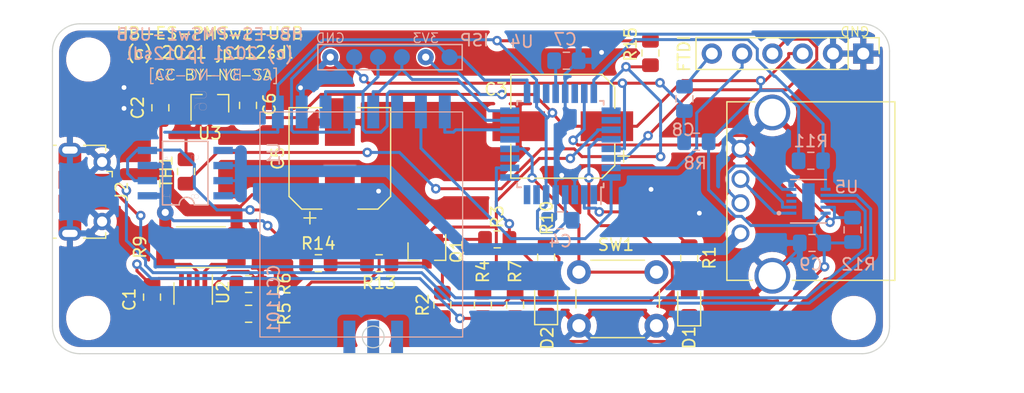
<source format=kicad_pcb>
(kicad_pcb (version 20171130) (host pcbnew "(5.1.9-0-10_14)")
  (layers (0 F.Cu signal) (31 B.Cu signal) (34 B.Paste user) (35 F.Paste user) (36 B.SilkS user) (37 F.SilkS user) (38 B.Mask user) (39 F.Mask user) (44 Edge.Cuts user))
  (net 0 "")
  (net 1 GND)
  (net 2 +3V3)
  (net 3 +5V)
  (net 4 "Net-(C7-Pad1)")
  (net 5 DTR)
  (net 6 "Net-(D1-Pad2)")
  (net 7 "Net-(J2-Pad4)")
  (net 8 "Net-(R1-Pad2)")
  (net 9 SDA)
  (net 10 "Net-(R5-Pad1)")
  (net 11 "Net-(R6-Pad1)")
  (net 12 SCL)
  (net 13 "Net-(SW1-Pad1)")
  (net 14 CS)
  (net 15 MOSI)
  (net 16 SCK)
  (net 17 MISO)
  (net 18 "Net-(U1-Pad6)")
  (net 19 GDO0)
  (net 20 TX)
  (net 21 RX)
  (net 22 "Net-(U4-Pad26)")
  (net 23 "Net-(U4-Pad22)")
  (net 24 "Net-(U4-Pad19)")
  (net 25 "Net-(U4-Pad13)")
  (net 26 "Net-(U4-Pad11)")
  (net 27 "Net-(U4-Pad9)")
  (net 28 "Net-(U4-Pad8)")
  (net 29 "Net-(U4-Pad7)")
  (net 30 "Net-(U4-Pad1)")
  (net 31 RST)
  (net 32 "Net-(D2-Pad2)")
  (net 33 "Net-(Q1-Pad1)")
  (net 34 "Net-(U5-Pad4)")
  (net 35 "Net-(U5-Pad3)")
  (net 36 D+)
  (net 37 D-)
  (net 38 1D+)
  (net 39 1D-)
  (net 40 "Net-(Q1-Pad3)")
  (net 41 OUTPUT)
  (net 42 USB_OE)
  (net 43 USB_S)
  (net 44 "Net-(R13-Pad2)")
  (net 45 "Net-(R14-Pad1)")
  (net 46 "Net-(J3-Pad1)")
  (net 47 NTC)
  (module Connector_USB:USB_Micro-B_Molex-105017-0001 (layer F.Cu) (at 30.1 48.1 270)
    (fp_text reference J2 (at 0 -3.1125 90) (layer F.SilkS))
    (fp_text value USB_B_Micro)
    (pad 6 smd rect (at -2.9 1.2375 270) (size 1.2 1.9) (layers F.Cu F.Mask) (net 1 GND))
    (pad 6 smd rect (at 2.9 1.2375 270) (size 1.2 1.9) (layers F.Cu F.Mask) (net 1 GND))
    (pad 6 thru_hole oval (at 3.5 1.2375 270) (size 1.2 1.9) (drill oval 0.6 1.3) (layers *.Cu *.Mask) (net 1 GND))
    (pad 6 thru_hole oval (at -3.5 1.2375 90) (size 1.2 1.9) (drill oval 0.6 1.3) (layers *.Cu *.Mask) (net 1 GND))
    (pad 6 smd rect (at -1 1.2375 270) (size 1.5 1.9) (layers F.Cu F.Paste F.Mask) (net 1 GND))
    (pad 6 thru_hole circle (at 2.5 -1.4625 270) (size 1.45 1.45) (drill 0.85) (layers *.Cu *.Mask) (net 1 GND))
    (pad 3 smd rect (at 0 -1.4625 270) (size 0.4 1.35) (layers F.Cu F.Paste F.Mask) (net 36 D+))
    (pad 4 smd rect (at 0.65 -1.4625 270) (size 0.4 1.35) (layers F.Cu F.Paste F.Mask) (net 7 "Net-(J2-Pad4)"))
    (pad 5 smd rect (at 1.3 -1.4625 270) (size 0.4 1.35) (layers F.Cu F.Paste F.Mask) (net 1 GND))
    (pad 1 smd rect (at -1.3 -1.4625 270) (size 0.4 1.35) (layers F.Cu F.Paste F.Mask) (net 3 +5V))
    (pad 2 smd rect (at -0.65 -1.4625 270) (size 0.4 1.35) (layers F.Cu F.Paste F.Mask) (net 37 D-))
    (pad 6 thru_hole circle (at -2.5 -1.4625 270) (size 1.45 1.45) (drill 0.85) (layers *.Cu *.Mask) (net 1 GND))
    (pad 6 smd rect (at 1 1.2375 270) (size 1.5 1.9) (layers F.Cu F.Paste F.Mask) (net 1 GND))
  )
  (module Resistor_SMD:R_0805_2012Metric_Pad1.15x1.40mm_HandSolder (layer F.Cu) (at 38.6 46.4 90)
    (fp_text reference TH1 (at 0 -1.65 90) (layer F.SilkS))
    (fp_text value "10k NTC")
    (pad 2 smd roundrect (at 1.025 0 90) (size 1.15 1.4) (layers F.Cu F.Paste F.Mask) (roundrect_rratio 0.217391) (net 1 GND))
    (pad 1 smd roundrect (at -1.025 0 90) (size 1.15 1.4) (layers F.Cu F.Paste F.Mask) (roundrect_rratio 0.217391) (net 47 NTC))
  )
  (module Resistor_SMD:R_0805_2012Metric_Pad1.15x1.40mm_HandSolder (layer F.Cu) (at 77.55 36.45 90)
    (fp_text reference R15 (at 0.73 -1.67 90) (layer F.SilkS))
    (fp_text value 10k)
    (pad 2 smd roundrect (at 1.025 0 90) (size 1.15 1.4) (layers F.Cu F.Paste F.Mask) (roundrect_rratio 0.217391) (net 2 +3V3))
    (pad 1 smd roundrect (at -1.025 0 90) (size 1.15 1.4) (layers F.Cu F.Paste F.Mask) (roundrect_rratio 0.217391) (net 47 NTC))
  )
  (module Capacitor_SMD:C_0805_2012Metric_Pad1.15x1.40mm_HandSolder (layer B.Cu) (at 70 50.5 180)
    (fp_text reference C4 (at 0 -1.75) (layer B.SilkS) (effects (justify mirror)))
    (fp_text value 100n)
    (pad 2 smd roundrect (at 1.025 0 180) (size 1.15 1.4) (layers B.Cu B.Paste B.Mask) (roundrect_rratio 0.217391) (net 1 GND))
    (pad 1 smd roundrect (at -1.025 0 180) (size 1.15 1.4) (layers B.Cu B.Paste B.Mask) (roundrect_rratio 0.217391) (net 2 +3V3))
  )
  (module additional:SO8-2 (layer B.Cu) (at 37.9 45.9 90)
    (fp_text reference U6 (at 5.461 1.9558 270) (layer B.SilkS) (effects (font (thickness 0.015)) (justify mirror)))
    (fp_text value SI9933CDY)
    (fp_text user 5 (at 0.6858 1.4732 270) (layer B.SilkS) (effects (font (size 0.6 0.6) (thickness 0.015)) (justify mirror)))
    (fp_text user 4 (at 0.5588 -0.9398 270) (layer B.SilkS) (effects (font (size 0.6 0.6) (thickness 0.015)) (justify mirror)))
    (fp_text user 8 (at -2.5908 1.4732 270) (layer B.SilkS) (effects (font (size 0.6 0.6) (thickness 0.015)) (justify mirror)))
    (fp_text user 1 (at -2.5908 -0.9398 270) (layer B.SilkS) (effects (font (size 0.6 0.6) (thickness 0.015)) (justify mirror)))
    (pad 8 smd rect (at -2.54 3.81 90) (size 0.6096 1.6256) (layers B.Cu B.Paste B.Mask) (net 46 "Net-(J3-Pad1)"))
    (pad 7 smd rect (at -1.27 3.81 90) (size 0.6096 1.6256) (layers B.Cu B.Paste B.Mask) (net 46 "Net-(J3-Pad1)"))
    (pad 6 smd rect (at 0 3.81 90) (size 0.6096 1.6256) (layers B.Cu B.Paste B.Mask) (net 46 "Net-(J3-Pad1)"))
    (pad 5 smd rect (at 1.27 3.81 90) (size 0.6096 1.6256) (layers B.Cu B.Paste B.Mask) (net 46 "Net-(J3-Pad1)"))
    (pad 4 smd rect (at 1.27 -2.54 90) (size 0.6096 1.6256) (layers B.Cu B.Paste B.Mask) (net 44 "Net-(R13-Pad2)"))
    (pad 3 smd rect (at 0 -2.54 90) (size 0.6096 1.6256) (layers B.Cu B.Paste B.Mask) (net 45 "Net-(R14-Pad1)"))
    (pad 2 smd rect (at -1.27 -2.54 90) (size 0.6096 1.6256) (layers B.Cu B.Paste B.Mask) (net 44 "Net-(R13-Pad2)"))
    (pad 1 smd rect (at -2.54 -2.54 90) (size 0.6096 1.6256) (layers B.Cu B.Paste B.Mask) (net 45 "Net-(R14-Pad1)"))
  )
  (module additional:CC1101_SMD (layer B.Cu) (at 46.3 41.4 270)
    (fp_text reference U1 (at 3.533 0.342 270) (layer B.SilkS) (effects (justify mirror)))
    (fp_text value CC1101 (at 15.725 0.342 270) (layer B.SilkS) (effects (justify mirror)))
    (pad 8 smd rect (at 0 -14 270) (size 2.75 1) (layers B.Cu B.Paste B.Mask) (net 14 CS))
    (pad 7 smd rect (at 0 -12 270) (size 2.75 1) (layers B.Cu B.Paste B.Mask) (net 19 GDO0))
    (pad 6 smd rect (at 0 -10 270) (size 2.75 1) (layers B.Cu B.Paste B.Mask) (net 18 "Net-(U1-Pad6)"))
    (pad 11 smd rect (at 18.9 -10 270) (size 2.75 1) (layers B.Cu B.Paste B.Mask))
    (pad 5 smd rect (at 0 -8 270) (size 2.75 1) (layers B.Cu B.Paste B.Mask) (net 17 MISO))
    (pad 9 smd rect (at 18.9 -8 270) (size 2.75 1) (layers B.Cu B.Paste B.Mask))
    (pad 4 smd rect (at 0 -6 270) (size 2.75 1) (layers B.Cu B.Paste B.Mask) (net 16 SCK))
    (pad 10 smd rect (at 18.9 -6 270) (size 2.75 1) (layers B.Cu B.Paste B.Mask))
    (pad 3 smd rect (at 0 -4 270) (size 2.75 1) (layers B.Cu B.Paste B.Mask) (net 15 MOSI))
    (pad 2 smd rect (at 0 -2 270) (size 2.75 1) (layers B.Cu B.Paste B.Mask) (net 1 GND))
    (pad 1 smd rect (at 0 0 270) (size 2.75 1) (layers B.Cu B.Paste B.Mask) (net 2 +3V3))
  )
  (module Resistor_SMD:R_0805_2012Metric_Pad1.15x1.40mm_HandSolder (layer F.Cu) (at 49.7 54.1)
    (fp_text reference R14 (at 0 -1.65 180) (layer F.SilkS))
    (fp_text value 100k)
    (pad 2 smd roundrect (at 1.025 0) (size 1.15 1.4) (layers F.Cu F.Paste F.Mask) (roundrect_rratio 0.217391) (net 44 "Net-(R13-Pad2)"))
    (pad 1 smd roundrect (at -1.025 0) (size 1.15 1.4) (layers F.Cu F.Paste F.Mask) (roundrect_rratio 0.217391) (net 45 "Net-(R14-Pad1)"))
  )
  (module Resistor_SMD:R_0805_2012Metric_Pad1.15x1.40mm_HandSolder (layer F.Cu) (at 54.8 54.1 180)
    (fp_text reference R13 (at 0 -1.65) (layer F.SilkS))
    (fp_text value 10k)
    (pad 2 smd roundrect (at 1.025 0 180) (size 1.15 1.4) (layers F.Cu F.Paste F.Mask) (roundrect_rratio 0.217391) (net 44 "Net-(R13-Pad2)"))
    (pad 1 smd roundrect (at -1.025 0 180) (size 1.15 1.4) (layers F.Cu F.Paste F.Mask) (roundrect_rratio 0.217391) (net 40 "Net-(Q1-Pad3)"))
  )
  (module Resistor_SMD:R_0805_2012Metric_Pad1.15x1.40mm_HandSolder (layer B.Cu) (at 94.5 51.3 270)
    (fp_text reference R12 (at 2.9 -0.5 180) (layer B.SilkS) (effects (justify mirror)))
    (fp_text value 10k)
    (pad 2 smd roundrect (at 1.025 0 270) (size 1.15 1.4) (layers B.Cu B.Paste B.Mask) (roundrect_rratio 0.217391) (net 2 +3V3))
    (pad 1 smd roundrect (at -1.025 0 270) (size 1.15 1.4) (layers B.Cu B.Paste B.Mask) (roundrect_rratio 0.217391) (net 43 USB_S))
  )
  (module Resistor_SMD:R_0805_2012Metric_Pad1.15x1.40mm_HandSolder (layer B.Cu) (at 91 45.5 180)
    (fp_text reference R11 (at 0 1.65) (layer B.SilkS) (effects (justify mirror)))
    (fp_text value 10k)
    (pad 2 smd roundrect (at 1.025 0 180) (size 1.15 1.4) (layers B.Cu B.Paste B.Mask) (roundrect_rratio 0.217391) (net 2 +3V3))
    (pad 1 smd roundrect (at -1.025 0 180) (size 1.15 1.4) (layers B.Cu B.Paste B.Mask) (roundrect_rratio 0.217391) (net 42 USB_OE))
  )
  (module Resistor_SMD:R_0805_2012Metric_Pad1.15x1.40mm_HandSolder (layer F.Cu) (at 60.1 57.6 90)
    (fp_text reference R2 (at 0 -1.65 90) (layer F.SilkS))
    (fp_text value 100k)
    (pad 2 smd roundrect (at 1.025 0 90) (size 1.15 1.4) (layers F.Cu F.Paste F.Mask) (roundrect_rratio 0.217391) (net 33 "Net-(Q1-Pad1)"))
    (pad 1 smd roundrect (at -1.025 0 90) (size 1.15 1.4) (layers F.Cu F.Paste F.Mask) (roundrect_rratio 0.217391) (net 1 GND))
  )
  (module Package_TO_SOT_SMD:SOT-23 (layer F.Cu) (at 58.8 53.1 270)
    (fp_text reference Q1 (at 0 -2.5 90) (layer F.SilkS))
    (fp_text value BC847C)
    (pad 3 smd rect (at 1 0 270) (size 0.9 0.8) (layers F.Cu F.Paste F.Mask) (net 40 "Net-(Q1-Pad3)"))
    (pad 2 smd rect (at -1 0.95 270) (size 0.9 0.8) (layers F.Cu F.Paste F.Mask) (net 1 GND))
    (pad 1 smd rect (at -1 -0.95 270) (size 0.9 0.8) (layers F.Cu F.Paste F.Mask) (net 33 "Net-(Q1-Pad1)"))
  )
  (module Capacitor_SMD:C_0805_2012Metric_Pad1.15x1.40mm_HandSolder (layer B.Cu) (at 91.1 52.4 180)
    (fp_text reference C9 (at 0.1 -1.8) (layer B.SilkS) (effects (justify mirror)))
    (fp_text value 100n)
    (pad 2 smd roundrect (at 1.025 0 180) (size 1.15 1.4) (layers B.Cu B.Paste B.Mask) (roundrect_rratio 0.217391) (net 1 GND))
    (pad 1 smd roundrect (at -1.025 0 180) (size 1.15 1.4) (layers B.Cu B.Paste B.Mask) (roundrect_rratio 0.217391) (net 2 +3V3))
  )
  (module additional:SON50P300X300X100-11N (layer B.Cu) (at 90.8 48.9)
    (fp_text reference U5 (at 3.2 -1.2) (layer B.SilkS) (effects (justify mirror)))
    (fp_text value TS3USB221RSERG4)
    (pad 11 smd rect (at 0 0) (size 1.05 3.01) (layers B.Cu B.Mask))
    (pad 10 smd rect (at 1.435 1) (size 0.84 0.26) (layers B.Cu B.Paste B.Mask) (net 2 +3V3))
    (pad 9 smd rect (at 1.435 0.5) (size 0.84 0.26) (layers B.Cu B.Paste B.Mask) (net 43 USB_S))
    (pad 8 smd rect (at 1.435 0) (size 0.84 0.26) (layers B.Cu B.Paste B.Mask) (net 36 D+))
    (pad 7 smd rect (at 1.435 -0.5) (size 0.84 0.26) (layers B.Cu B.Paste B.Mask) (net 37 D-))
    (pad 6 smd rect (at 1.435 -1) (size 0.84 0.26) (layers B.Cu B.Paste B.Mask) (net 42 USB_OE))
    (pad 5 smd rect (at -1.435 -1) (size 0.84 0.26) (layers B.Cu B.Paste B.Mask) (net 1 GND))
    (pad 4 smd rect (at -1.435 -0.5) (size 0.84 0.26) (layers B.Cu B.Paste B.Mask) (net 34 "Net-(U5-Pad4)"))
    (pad 3 smd rect (at -1.435 0) (size 0.84 0.26) (layers B.Cu B.Paste B.Mask) (net 35 "Net-(U5-Pad3)"))
    (pad 2 smd rect (at -1.435 0.5) (size 0.84 0.26) (layers B.Cu B.Paste B.Mask) (net 39 1D-))
    (pad 1 smd rect (at -1.435 1) (size 0.84 0.26) (layers B.Cu B.Paste B.Mask) (net 38 1D+))
  )
  (module Resistor_SMD:R_0805_2012Metric_Pad1.15x1.40mm_HandSolder (layer F.Cu) (at 68.8 53.6 270)
    (fp_text reference R10 (at -3.3 -0.05 90) (layer F.SilkS))
    (fp_text value 330)
    (pad 1 smd roundrect (at -1.025 0 270) (size 1.15 1.4) (layers F.Cu F.Paste F.Mask) (roundrect_rratio 0.217391) (net 32 "Net-(D2-Pad2)"))
    (pad 2 smd roundrect (at 1.025 0 270) (size 1.15 1.4) (layers F.Cu F.Paste F.Mask) (roundrect_rratio 0.217391) (net 41 OUTPUT))
  )
  (module LED_SMD:LED_0805_2012Metric_Pad1.15x1.40mm_HandSolder (layer F.Cu) (at 68.8 57.4 90)
    (fp_text reference D2 (at -3 0.1 90) (layer F.SilkS))
    (fp_text value LED)
    (pad 2 smd roundrect (at 1.025 0 90) (size 1.15 1.4) (layers F.Cu F.Paste F.Mask) (roundrect_rratio 0.217391) (net 32 "Net-(D2-Pad2)"))
    (pad 1 smd roundrect (at -1.025 0 90) (size 1.15 1.4) (layers F.Cu F.Paste F.Mask) (roundrect_rratio 0.217391) (net 1 GND))
  )
  (module Mounting_Holes:MountingHole_2.7mm_M2.5 (layer F.Cu) (at 30.4 58.7)
    (fp_text reference H3 hide)
    (fp_text value MountingHole)
    (pad 1 np_thru_hole circle (at 0 0) (size 2.7 2.7) (drill 2.7) (layers *.Cu *.Mask))
  )
  (module Mounting_Holes:MountingHole_2.7mm_M2.5 (layer F.Cu) (at 94.6 58.7)
    (fp_text reference H2 hide)
    (fp_text value MountingHole)
    (pad 1 np_thru_hole circle (at 0 0) (size 2.7 2.7) (drill 2.7) (layers *.Cu *.Mask))
  )
  (module Mounting_Holes:MountingHole_2.7mm_M2.5 (layer F.Cu) (at 30.4 37)
    (fp_text reference H1 hide)
    (fp_text value MountingHole)
    (pad 1 np_thru_hole circle (at 0 0) (size 2.7 2.7) (drill 2.7) (layers *.Cu *.Mask))
  )
  (module additional:PinPads_ISP (layer B.Cu) (at 50.7 36.8 270)
    (fp_text reference J4 hide)
    (fp_text value ISP (at -1.42 -12.08 180) (layer B.SilkS) (effects (justify mirror)))
    (pad 6 smd oval (at 0 -10 270) (size 1.35 1.35) (layers B.Cu B.Paste B.Mask) (net 16 SCK))
    (pad 5 thru_hole circle (at 0 -8 270) (size 1.35 1.35) (drill 0.6) (layers B.Cu B.Mask) (net 2 +3V3))
    (pad 4 smd oval (at 0 -6 270) (size 1.35 1.35) (layers B.Cu B.Paste B.Mask) (net 17 MISO))
    (pad 3 smd oval (at 0 -4 270) (size 1.35 1.35) (layers B.Cu B.Paste B.Mask) (net 15 MOSI))
    (pad 2 smd oval (at 0 -2 270) (size 1.35 1.35) (layers B.Cu B.Paste B.Mask) (net 31 RST))
    (pad 1 thru_hole circle (at 0 0 270) (size 1.35 1.35) (drill 0.6) (layers B.Cu B.Mask) (net 1 GND))
  )
  (module Connector_PinHeader_2.54mm:PinHeader_1x06_P2.54mm_Vertical (layer F.Cu) (at 95.4 36.5 270)
    (fp_text reference J1 hide)
    (fp_text value FTDI (at 0 15.03 90) (layer F.SilkS))
    (pad 6 thru_hole oval (at 0 12.7 270) (size 1.7 1.7) (drill 1) (layers *.Cu *.Mask) (net 5 DTR))
    (pad 5 thru_hole oval (at 0 10.16 270) (size 1.7 1.7) (drill 1) (layers *.Cu *.Mask) (net 20 TX))
    (pad 4 thru_hole oval (at 0 7.62 270) (size 1.7 1.7) (drill 1) (layers *.Cu *.Mask) (net 21 RX))
    (pad 3 thru_hole oval (at 0 5.08 270) (size 1.7 1.7) (drill 1) (layers *.Cu *.Mask) (net 2 +3V3))
    (pad 2 thru_hole oval (at 0 2.54 270) (size 1.7 1.7) (drill 1) (layers *.Cu *.Mask) (net 1 GND))
    (pad 1 thru_hole rect (at 0 0 270) (size 1.7 1.7) (drill 1) (layers *.Cu *.Mask) (net 1 GND))
  )
  (module LED_SMD:LED_0805_2012Metric_Pad1.15x1.40mm_HandSolder (layer F.Cu) (at 80.8 57.5 90)
    (fp_text reference D1 (at -2.85 0 90) (layer F.SilkS))
    (fp_text value LED)
    (pad 2 smd roundrect (at 1.025 0 90) (size 1.15 1.4) (layers F.Cu F.Paste F.Mask) (roundrect_rratio 0.217391) (net 6 "Net-(D1-Pad2)"))
    (pad 1 smd roundrect (at -1.025 0 90) (size 1.15 1.4) (layers F.Cu F.Paste F.Mask) (roundrect_rratio 0.217391) (net 1 GND))
  )
  (module Package_QFP:TQFP-32_7x7mm_P0.8mm (layer B.Cu) (at 70 44.1 90)
    (fp_text reference U4 (at 8.6 -3.25) (layer B.SilkS) (effects (justify mirror)))
    (fp_text value ATmega328P-AU)
    (pad 32 smd rect (at -2.8 4.25) (size 1.6 0.55) (layers B.Cu B.Paste B.Mask) (net 19 GDO0))
    (pad 31 smd rect (at -2 4.25) (size 1.6 0.55) (layers B.Cu B.Paste B.Mask) (net 20 TX))
    (pad 30 smd rect (at -1.2 4.25) (size 1.6 0.55) (layers B.Cu B.Paste B.Mask) (net 21 RX))
    (pad 29 smd rect (at -0.4 4.25) (size 1.6 0.55) (layers B.Cu B.Paste B.Mask) (net 31 RST))
    (pad 28 smd rect (at 0.4 4.25) (size 1.6 0.55) (layers B.Cu B.Paste B.Mask) (net 12 SCL))
    (pad 27 smd rect (at 1.2 4.25) (size 1.6 0.55) (layers B.Cu B.Paste B.Mask) (net 9 SDA))
    (pad 26 smd rect (at 2 4.25) (size 1.6 0.55) (layers B.Cu B.Paste B.Mask) (net 22 "Net-(U4-Pad26)"))
    (pad 25 smd rect (at 2.8 4.25) (size 1.6 0.55) (layers B.Cu B.Paste B.Mask) (net 47 NTC))
    (pad 24 smd rect (at 4.25 2.8 90) (size 1.6 0.55) (layers B.Cu B.Paste B.Mask) (net 42 USB_OE))
    (pad 23 smd rect (at 4.25 2 90) (size 1.6 0.55) (layers B.Cu B.Paste B.Mask) (net 43 USB_S))
    (pad 22 smd rect (at 4.25 1.2 90) (size 1.6 0.55) (layers B.Cu B.Paste B.Mask) (net 23 "Net-(U4-Pad22)"))
    (pad 21 smd rect (at 4.25 0.4 90) (size 1.6 0.55) (layers B.Cu B.Paste B.Mask) (net 1 GND))
    (pad 20 smd rect (at 4.25 -0.4 90) (size 1.6 0.55) (layers B.Cu B.Paste B.Mask) (net 4 "Net-(C7-Pad1)"))
    (pad 19 smd rect (at 4.25 -1.2 90) (size 1.6 0.55) (layers B.Cu B.Paste B.Mask) (net 24 "Net-(U4-Pad19)"))
    (pad 18 smd rect (at 4.25 -2 90) (size 1.6 0.55) (layers B.Cu B.Paste B.Mask) (net 2 +3V3))
    (pad 17 smd rect (at 4.25 -2.8 90) (size 1.6 0.55) (layers B.Cu B.Paste B.Mask) (net 16 SCK))
    (pad 16 smd rect (at 2.8 -4.25) (size 1.6 0.55) (layers B.Cu B.Paste B.Mask) (net 17 MISO))
    (pad 15 smd rect (at 2 -4.25) (size 1.6 0.55) (layers B.Cu B.Paste B.Mask) (net 15 MOSI))
    (pad 14 smd rect (at 1.2 -4.25) (size 1.6 0.55) (layers B.Cu B.Paste B.Mask) (net 14 CS))
    (pad 13 smd rect (at 0.4 -4.25) (size 1.6 0.55) (layers B.Cu B.Paste B.Mask) (net 25 "Net-(U4-Pad13)"))
    (pad 12 smd rect (at -0.4 -4.25) (size 1.6 0.55) (layers B.Cu B.Paste B.Mask) (net 13 "Net-(SW1-Pad1)"))
    (pad 11 smd rect (at -1.2 -4.25) (size 1.6 0.55) (layers B.Cu B.Paste B.Mask) (net 26 "Net-(U4-Pad11)"))
    (pad 10 smd rect (at -2 -4.25) (size 1.6 0.55) (layers B.Cu B.Paste B.Mask) (net 41 OUTPUT))
    (pad 9 smd rect (at -2.8 -4.25) (size 1.6 0.55) (layers B.Cu B.Paste B.Mask) (net 27 "Net-(U4-Pad9)"))
    (pad 8 smd rect (at -4.25 -2.8 90) (size 1.6 0.55) (layers B.Cu B.Paste B.Mask) (net 28 "Net-(U4-Pad8)"))
    (pad 7 smd rect (at -4.25 -2 90) (size 1.6 0.55) (layers B.Cu B.Paste B.Mask) (net 29 "Net-(U4-Pad7)"))
    (pad 6 smd rect (at -4.25 -1.2 90) (size 1.6 0.55) (layers B.Cu B.Paste B.Mask) (net 2 +3V3))
    (pad 5 smd rect (at -4.25 -0.4 90) (size 1.6 0.55) (layers B.Cu B.Paste B.Mask) (net 1 GND))
    (pad 4 smd rect (at -4.25 0.4 90) (size 1.6 0.55) (layers B.Cu B.Paste B.Mask) (net 2 +3V3))
    (pad 3 smd rect (at -4.25 1.2 90) (size 1.6 0.55) (layers B.Cu B.Paste B.Mask) (net 1 GND))
    (pad 2 smd rect (at -4.25 2 90) (size 1.6 0.55) (layers B.Cu B.Paste B.Mask) (net 8 "Net-(R1-Pad2)"))
    (pad 1 smd rect (at -4.25 2.8 90) (size 1.6 0.55) (layers B.Cu B.Paste B.Mask) (net 30 "Net-(U4-Pad1)"))
  )
  (module Package_TO_SOT_SMD:SOT-23 (layer F.Cu) (at 40.6 40.7 90)
    (fp_text reference U3 (at -2.5 0) (layer F.SilkS))
    (fp_text value MCP1700-3302)
    (pad 3 smd rect (at 1 0 90) (size 0.9 0.8) (layers F.Cu F.Paste F.Mask) (net 3 +5V))
    (pad 2 smd rect (at -1 0.95 90) (size 0.9 0.8) (layers F.Cu F.Paste F.Mask) (net 2 +3V3))
    (pad 1 smd rect (at -1 -0.95 90) (size 0.9 0.8) (layers F.Cu F.Paste F.Mask) (net 1 GND))
  )
  (module Package_TO_SOT_SMD:SOT-23-8 (layer F.Cu) (at 39.2 56.65 270)
    (fp_text reference U2 (at -0.1 -2.5 270) (layer F.SilkS))
    (fp_text value INA219)
    (pad 8 smd rect (at 1.1 -0.98 270) (size 1.06 0.4) (layers F.Cu F.Paste F.Mask) (net 10 "Net-(R5-Pad1)"))
    (pad 7 smd rect (at 1.1 -0.33 270) (size 1.06 0.4) (layers F.Cu F.Paste F.Mask) (net 11 "Net-(R6-Pad1)"))
    (pad 6 smd rect (at 1.1 0.33 270) (size 1.06 0.4) (layers F.Cu F.Paste F.Mask) (net 9 SDA))
    (pad 5 smd rect (at 1.1 0.98 270) (size 1.06 0.4) (layers F.Cu F.Paste F.Mask) (net 12 SCL))
    (pad 4 smd rect (at -1.1 0.98 270) (size 1.06 0.4) (layers F.Cu F.Paste F.Mask) (net 2 +3V3))
    (pad 3 smd rect (at -1.1 0.33 270) (size 1.06 0.4) (layers F.Cu F.Paste F.Mask) (net 1 GND))
    (pad 2 smd rect (at -1.1 -0.33 270) (size 1.06 0.4) (layers F.Cu F.Paste F.Mask) (net 45 "Net-(R14-Pad1)"))
    (pad 1 smd rect (at -1.1 -0.98 270) (size 1.06 0.4) (layers F.Cu F.Paste F.Mask) (net 3 +5V))
  )
  (module Button_Switch_THT:SW_PUSH_6mm_H5mm (layer F.Cu) (at 71.55 54.85)
    (fp_text reference SW1 (at 3.1 -2.3 180) (layer F.SilkS))
    (fp_text value Config)
    (pad 1 thru_hole circle (at 6.5 0 90) (size 2 2) (drill 1.1) (layers *.Cu *.Mask) (net 13 "Net-(SW1-Pad1)"))
    (pad 2 thru_hole circle (at 6.5 4.5 90) (size 2 2) (drill 1.1) (layers *.Cu *.Mask) (net 1 GND))
    (pad 1 thru_hole circle (at 0 0 90) (size 2 2) (drill 1.1) (layers *.Cu *.Mask) (net 13 "Net-(SW1-Pad1)"))
    (pad 2 thru_hole circle (at 0 4.5 90) (size 2 2) (drill 1.1) (layers *.Cu *.Mask) (net 1 GND))
  )
  (module Resistor_SMD:R_2512_6332Metric_Pad1.52x3.35mm_HandSolder (layer F.Cu) (at 39.85 52.75 180)
    (fp_text reference R9 (at 5.1 0 90) (layer F.SilkS))
    (fp_text value 0.1/1%)
    (pad 2 smd roundrect (at 2.9875 0 180) (size 1.525 3.35) (layers F.Cu F.Paste F.Mask) (roundrect_rratio 0.163934) (net 45 "Net-(R14-Pad1)"))
    (pad 1 smd roundrect (at -2.9875 0 180) (size 1.525 3.35) (layers F.Cu F.Paste F.Mask) (roundrect_rratio 0.163934) (net 3 +5V))
  )
  (module Resistor_SMD:R_0805_2012Metric_Pad1.15x1.40mm_HandSolder (layer B.Cu) (at 81.4 43.9 180)
    (fp_text reference R8 (at 0.1 -1.8) (layer B.SilkS) (effects (justify mirror)))
    (fp_text value 10k)
    (pad 2 smd roundrect (at 1.025 0 180) (size 1.15 1.4) (layers B.Cu B.Paste B.Mask) (roundrect_rratio 0.217391) (net 31 RST))
    (pad 1 smd roundrect (at -1.025 0 180) (size 1.15 1.4) (layers B.Cu B.Paste B.Mask) (roundrect_rratio 0.217391) (net 2 +3V3))
  )
  (module Resistor_SMD:R_0805_2012Metric_Pad1.15x1.40mm_HandSolder (layer F.Cu) (at 66.2 57.6 90)
    (fp_text reference R7 (at 2.8 0 270) (layer F.SilkS))
    (fp_text value 10k)
    (pad 2 smd roundrect (at 1.025 0 90) (size 1.15 1.4) (layers F.Cu F.Paste F.Mask) (roundrect_rratio 0.217391) (net 12 SCL))
    (pad 1 smd roundrect (at -1.025 0 90) (size 1.15 1.4) (layers F.Cu F.Paste F.Mask) (roundrect_rratio 0.217391) (net 2 +3V3))
  )
  (module Resistor_SMD:R_0805_2012Metric_Pad1.15x1.40mm_HandSolder (layer F.Cu) (at 43.85 55.85)
    (fp_text reference R6 (at 3 0 90) (layer F.SilkS))
    (fp_text value 10k)
    (pad 2 smd roundrect (at 1.025 0) (size 1.15 1.4) (layers F.Cu F.Paste F.Mask) (roundrect_rratio 0.217391) (net 1 GND))
    (pad 1 smd roundrect (at -1.025 0) (size 1.15 1.4) (layers F.Cu F.Paste F.Mask) (roundrect_rratio 0.217391) (net 11 "Net-(R6-Pad1)"))
  )
  (module Resistor_SMD:R_0805_2012Metric_Pad1.15x1.40mm_HandSolder (layer F.Cu) (at 43.85 58.35)
    (fp_text reference R5 (at 3 0 270) (layer F.SilkS))
    (fp_text value 10k)
    (pad 2 smd roundrect (at 1.025 0) (size 1.15 1.4) (layers F.Cu F.Paste F.Mask) (roundrect_rratio 0.217391) (net 1 GND))
    (pad 1 smd roundrect (at -1.025 0) (size 1.15 1.4) (layers F.Cu F.Paste F.Mask) (roundrect_rratio 0.217391) (net 10 "Net-(R5-Pad1)"))
  )
  (module Resistor_SMD:R_0805_2012Metric_Pad1.15x1.40mm_HandSolder (layer F.Cu) (at 63.5 57.6 90)
    (fp_text reference R4 (at 2.8 0 270) (layer F.SilkS))
    (fp_text value 10k)
    (pad 2 smd roundrect (at 1.025 0 90) (size 1.15 1.4) (layers F.Cu F.Paste F.Mask) (roundrect_rratio 0.217391) (net 9 SDA))
    (pad 1 smd roundrect (at -1.025 0 90) (size 1.15 1.4) (layers F.Cu F.Paste F.Mask) (roundrect_rratio 0.217391) (net 2 +3V3))
  )
  (module Resistor_SMD:R_0805_2012Metric_Pad1.15x1.40mm_HandSolder (layer F.Cu) (at 64.7 52.1)
    (fp_text reference R3 (at 0 -1.9 90) (layer F.SilkS))
    (fp_text value 10k)
    (pad 2 smd roundrect (at 1.025 0) (size 1.15 1.4) (layers F.Cu F.Paste F.Mask) (roundrect_rratio 0.217391) (net 41 OUTPUT))
    (pad 1 smd roundrect (at -1.025 0) (size 1.15 1.4) (layers F.Cu F.Paste F.Mask) (roundrect_rratio 0.217391) (net 33 "Net-(Q1-Pad1)"))
  )
  (module Resistor_SMD:R_0805_2012Metric_Pad1.15x1.40mm_HandSolder (layer F.Cu) (at 80.8 53.7 90)
    (fp_text reference R1 (at 0.05 1.7 90) (layer F.SilkS))
    (fp_text value 330)
    (pad 2 smd roundrect (at 1.025 0 90) (size 1.15 1.4) (layers F.Cu F.Paste F.Mask) (roundrect_rratio 0.217391) (net 8 "Net-(R1-Pad2)"))
    (pad 1 smd roundrect (at -1.025 0 90) (size 1.15 1.4) (layers F.Cu F.Paste F.Mask) (roundrect_rratio 0.217391) (net 6 "Net-(D1-Pad2)"))
  )
  (module Connectors:USB_A (layer F.Cu) (at 85.1 51.6 90)
    (fp_text reference J3 hide)
    (fp_text value USB_A)
    (pad 4 thru_hole circle (at 7.11 0) (size 1.5 1.5) (drill 1) (layers *.Cu *.Mask) (net 1 GND))
    (pad 3 thru_hole circle (at 4.57 0) (size 1.5 1.5) (drill 1) (layers *.Cu *.Mask) (net 38 1D+))
    (pad 2 thru_hole circle (at 2.54 0) (size 1.5 1.5) (drill 1) (layers *.Cu *.Mask) (net 39 1D-))
    (pad 1 thru_hole circle (at 0 0) (size 1.5 1.5) (drill 1) (layers *.Cu *.Mask) (net 46 "Net-(J3-Pad1)"))
    (pad 5 thru_hole circle (at 10.16 2.67) (size 3 3) (drill 2.3) (layers *.Cu *.Mask) (net 1 GND))
    (pad 5 thru_hole circle (at -3.56 2.67) (size 3 3) (drill 2.3) (layers *.Cu *.Mask) (net 1 GND))
  )
  (module Capacitor_SMD:C_0805_2012Metric_Pad1.15x1.40mm_HandSolder (layer B.Cu) (at 80.4 40.3 270)
    (fp_text reference C8 (at 2.6 0.1) (layer B.SilkS) (effects (justify mirror)))
    (fp_text value 100n)
    (pad 2 smd roundrect (at 1.025 0 270) (size 1.15 1.4) (layers B.Cu B.Paste B.Mask) (roundrect_rratio 0.217391) (net 31 RST))
    (pad 1 smd roundrect (at -1.025 0 270) (size 1.15 1.4) (layers B.Cu B.Paste B.Mask) (roundrect_rratio 0.217391) (net 5 DTR))
  )
  (module Capacitor_SMD:C_0805_2012Metric_Pad1.15x1.40mm_HandSolder (layer B.Cu) (at 70.5 37.1)
    (fp_text reference C7 (at -0.1 -1.8 180) (layer B.SilkS) (effects (justify mirror)))
    (fp_text value 100n)
    (pad 2 smd roundrect (at 1.025 0) (size 1.15 1.4) (layers B.Cu B.Paste B.Mask) (roundrect_rratio 0.217391) (net 1 GND))
    (pad 1 smd roundrect (at -1.025 0) (size 1.15 1.4) (layers B.Cu B.Paste B.Mask) (roundrect_rratio 0.217391) (net 4 "Net-(C7-Pad1)"))
  )
  (module Capacitor_SMD:C_0805_2012Metric_Pad1.15x1.40mm_HandSolder (layer F.Cu) (at 43.8 40.85 90)
    (fp_text reference C6 (at 0.1 1.8 270) (layer F.SilkS))
    (fp_text value 100n)
    (pad 2 smd roundrect (at 1.025 0 90) (size 1.15 1.4) (layers F.Cu F.Paste F.Mask) (roundrect_rratio 0.217391) (net 1 GND))
    (pad 1 smd roundrect (at -1.025 0 90) (size 1.15 1.4) (layers F.Cu F.Paste F.Mask) (roundrect_rratio 0.217391) (net 2 +3V3))
  )
  (module Capacitor_SMD:CP_Elec_8x5.4 (layer F.Cu) (at 51.5 45.3 90)
    (fp_text reference C5 (at 0 -5.2 90) (layer F.SilkS))
    (fp_text value 47µ)
    (pad 2 smd rect (at 3.05 0 90) (size 4 2.5) (layers F.Cu F.Paste F.Mask) (net 1 GND))
    (pad 1 smd rect (at -3.05 0 90) (size 4 2.5) (layers F.Cu F.Paste F.Mask) (net 3 +5V))
  )
  (module Capacitor_SMD:CP_Elec_8x10.5 (layer F.Cu) (at 70.2 42.6 180)
    (fp_text reference C3 (at 5.6 3.1 180) (layer F.SilkS))
    (fp_text value 470µ)
    (pad 2 smd rect (at 3.7 0 180) (size 4.4 2.5) (layers F.Cu F.Paste F.Mask) (net 1 GND))
    (pad 1 smd rect (at -3.7 0 180) (size 4.4 2.5) (layers F.Cu F.Paste F.Mask) (net 2 +3V3))
  )
  (module Capacitor_SMD:C_0805_2012Metric_Pad1.15x1.40mm_HandSolder (layer F.Cu) (at 36.45 41.05 90)
    (fp_text reference C2 (at 0 -1.9 270) (layer F.SilkS))
    (fp_text value 100n)
    (pad 2 smd roundrect (at 1.025 0 90) (size 1.15 1.4) (layers F.Cu F.Paste F.Mask) (roundrect_rratio 0.217391) (net 1 GND))
    (pad 1 smd roundrect (at -1.025 0 90) (size 1.15 1.4) (layers F.Cu F.Paste F.Mask) (roundrect_rratio 0.217391) (net 3 +5V))
  )
  (module Capacitor_SMD:C_0805_2012Metric_Pad1.15x1.40mm_HandSolder (layer F.Cu) (at 35.75 56.95 270)
    (fp_text reference C1 (at 0.2 1.9 270) (layer F.SilkS))
    (fp_text value 100n)
    (pad 2 smd roundrect (at 1.025 0 270) (size 1.15 1.4) (layers F.Cu F.Paste F.Mask) (roundrect_rratio 0.217391) (net 1 GND))
    (pad 1 smd roundrect (at -1.025 0 270) (size 1.15 1.4) (layers F.Cu F.Paste F.Mask) (roundrect_rratio 0.217391) (net 2 +3V3))
  )
  (gr_text "HB-ES-PMSw1-USB\n(c) 2021 jp112sdl" (at 40.6 35.7) (layer B.SilkS) (effects (font (size 1 1)) (justify mirror)))
  (gr_text "[CC BY-NC-SA]" (at 40.9 38.3) (layer B.SilkS) (effects (font (size 0.9 0.9) (thickness 0.1)) (justify mirror)))
  (gr_text "[CC BY-NC-SA]" (at 40.9 38.3) (layer F.SilkS) (effects (font (size 0.9 0.9) (thickness 0.1))))
  (gr_text "HB-ES-PMSw1-USB\n(c) 2021 jp112sdl" (at 40.6 35.6) (layer F.SilkS) (effects (font (size 1 1))))
  (gr_arc (start 95.299999 59.4) (end 95.299999 61.700001) (angle -90) (layer Edge.Cuts) (width 0.1))
  (gr_arc (start 95.299999 36.3) (end 97.6 36.3) (angle -90) (layer Edge.Cuts) (width 0.1))
  (gr_arc (start 29.700001 36.3) (end 29.700001 33.999999) (angle -90) (layer Edge.Cuts) (width 0.1))
  (gr_arc (start 29.7 59.4) (end 27.399999 59.4) (angle -90) (layer Edge.Cuts) (width 0.1))
  (gr_text GND (at 94.7 34.6 180) (layer F.SilkS) (effects (font (size 0.8 0.8) (thickness 0.1))))
  (gr_text 3V3 (at 58.7 35.2) (layer B.SilkS) (effects (font (size 0.8 0.8) (thickness 0.1)) (justify mirror)))
  (gr_text GND (at 50.7 35.2) (layer B.SilkS) (effects (font (size 0.8 0.8) (thickness 0.1)) (justify mirror)))
  (gr_line (start 97.6 59.4) (end 97.6 36.3) (layer Edge.Cuts) (width 0.1))
  (gr_circle (center 54.3 60.28879) (end 53.7 59.603003) (layer Edge.Cuts) (width 0.1))
  (gr_line (start 29.7 61.700001) (end 95.299999 61.700001) (layer Edge.Cuts) (width 0.1))
  (gr_line (start 27.4 36.3) (end 27.399999 59.4) (layer Edge.Cuts) (width 0.1))
  (gr_line (start 95.299999 33.999999) (end 29.700001 33.999999) (layer Edge.Cuts) (width 0.1))
  (segment (start 38.87 56.4053) (end 40.5358 56.4053) (width 0.25) (layer F.Cu) (net 1))
  (segment (start 40.5358 56.4053) (end 42.1536 54.7875) (width 0.25) (layer F.Cu) (net 1))
  (segment (start 42.1536 54.7875) (end 43.8125 54.7875) (width 0.25) (layer F.Cu) (net 1))
  (segment (start 43.8125 54.7875) (end 44.875 55.85) (width 0.25) (layer F.Cu) (net 1))
  (segment (start 44.875 58.35) (end 44.875 55.85) (width 0.25) (layer F.Cu) (net 1))
  (segment (start 35.75 57.975) (end 35.75 57.5418) (width 0.25) (layer F.Cu) (net 1))
  (segment (start 38.87 55.55) (end 38.87 56.4053) (width 0.25) (layer F.Cu) (net 1))
  (segment (start 80.8 58.525) (end 78.875 58.525) (width 0.25) (layer F.Cu) (net 1))
  (segment (start 78.875 58.525) (end 78.05 59.35) (width 0.25) (layer F.Cu) (net 1))
  (segment (start 71.525 37.1) (end 70.4 38.225) (width 0.25) (layer B.Cu) (net 1))
  (segment (start 90.4211 34.869) (end 73.756 34.869) (width 0.25) (layer B.Cu) (net 1))
  (segment (start 70.4 39.85) (end 70.4 43.2114) (width 0.25) (layer B.Cu) (net 1))
  (segment (start 70.4 43.2114) (end 70.3431 43.2683) (width 0.25) (layer B.Cu) (net 1))
  (segment (start 70.1055 46.7191) (end 70.1055 46.7191) (width 0.25) (layer B.Cu) (net 1))
  (segment (start 69.7451 47.0795) (end 69.7452 47.0795) (width 0.25) (layer B.Cu) (net 1))
  (segment (start 66.9031 44.5784) (end 66.5 44.1753) (width 0.25) (layer F.Cu) (net 1))
  (segment (start 84.9169 44.6731) (end 85.1 44.49) (width 0.25) (layer F.Cu) (net 1))
  (segment (start 84.165 55.16) (end 84.0159 55.0109) (width 0.25) (layer F.Cu) (net 1))
  (segment (start 66.5 42.6) (end 66.5 44.1753) (width 0.25) (layer F.Cu) (net 1))
  (segment (start 65.2374 42.6) (end 66.5 42.6) (width 0.25) (layer F.Cu) (net 1))
  (segment (start 57.85 43.3853) (end 54.2106 43.3853) (width 0.25) (layer F.Cu) (net 1))
  (segment (start 54.2106 43.3853) (end 53.0753 42.25) (width 0.25) (layer F.Cu) (net 1))
  (segment (start 63.9747 42.6) (end 63.1894 43.3853) (width 0.25) (layer F.Cu) (net 1))
  (segment (start 63.1894 43.3853) (end 57.85 43.3853) (width 0.25) (layer F.Cu) (net 1))
  (segment (start 57.85 43.3853) (end 57.85 51.3247) (width 0.25) (layer F.Cu) (net 1))
  (segment (start 87.77 55.16) (end 90.075 52.855) (width 0.25) (layer B.Cu) (net 1))
  (segment (start 90.075 52.855) (end 90.075 52.4) (width 0.25) (layer B.Cu) (net 1))
  (segment (start 69.7452 47.0795) (end 69.6 47.2247) (width 0.25) (layer B.Cu) (net 1))
  (segment (start 69.6 48.35) (end 69.6 47.2247) (width 0.25) (layer B.Cu) (net 1))
  (segment (start 57.85 52.1) (end 57.85 51.3247) (width 0.25) (layer F.Cu) (net 1))
  (segment (start 69.6 48.35) (end 69.6 50.375) (width 0.25) (layer B.Cu) (net 1))
  (segment (start 69.6 50.375) (end 68.975 51) (width 0.25) (layer B.Cu) (net 1))
  (segment (start 43.8 39.825) (end 42.069 39.825) (width 0.25) (layer F.Cu) (net 1))
  (segment (start 52.2877 42.25) (end 51.7593 42.7784) (width 0.25) (layer F.Cu) (net 1))
  (segment (start 52.2877 42.25) (end 53.0753 42.25) (width 0.25) (layer F.Cu) (net 1))
  (segment (start 51.5 42.25) (end 52.2877 42.25) (width 0.25) (layer F.Cu) (net 1))
  (segment (start 50.7 36.8) (end 48.2026 39.2974) (width 0.25) (layer B.Cu) (net 1))
  (segment (start 48.2026 39.2974) (end 48.2026 39.3699) (width 0.25) (layer B.Cu) (net 1))
  (segment (start 48.3 39.6997) (end 48.3 39.4673) (width 0.25) (layer B.Cu) (net 1))
  (segment (start 48.3 39.4673) (end 48.2026 39.3699) (width 0.25) (layer B.Cu) (net 1))
  (segment (start 48.3 41.4) (end 48.3 39.6997) (width 0.25) (layer B.Cu) (net 1))
  (segment (start 85.2097 44.49) (end 88.6197 47.9) (width 0.25) (layer B.Cu) (net 1))
  (segment (start 85.1 44.49) (end 85.2097 44.49) (width 0.25) (layer B.Cu) (net 1))
  (segment (start 85.2097 44.49) (end 87.77 41.9297) (width 0.25) (layer B.Cu) (net 1))
  (segment (start 87.77 41.9297) (end 87.77 41.44) (width 0.25) (layer B.Cu) (net 1))
  (segment (start 89.365 47.9) (end 88.6197 47.9) (width 0.25) (layer B.Cu) (net 1))
  (segment (start 92.71 36.5) (end 92.86 36.5) (width 0.25) (layer F.Cu) (net 1))
  (segment (start 65.2374 42.6) (end 63.9747 42.6) (width 0.25) (layer F.Cu) (net 1))
  (segment (start 29.25 44.225) (end 29.3315 44.225) (width 0.25) (layer F.Cu) (net 1))
  (segment (start 94.2247 36.5) (end 92.86 36.5) (width 0.25) (layer B.Cu) (net 1))
  (segment (start 95.4 36.5) (end 94.2247 36.5) (width 0.25) (layer B.Cu) (net 1))
  (segment (start 71.2 48.35) (end 71.2 47.2247) (width 0.25) (layer B.Cu) (net 1))
  (via (at 48.2026 39.3699) (size 0.8) (layers F.Cu B.Cu) (net 1))
  (via (at 46.6 56.6) (size 0.8) (drill 0.4) (layers F.Cu B.Cu) (net 1))
  (segment (start 70.1055 46.7191) (end 69.7451 47.0795) (width 0.25) (layer B.Cu) (net 1))
  (via (at 70.1055 46.7191) (size 0.8) (drill 0.4) (layers F.Cu B.Cu) (net 1))
  (via (at 73.45 36.4) (size 0.8) (drill 0.4) (layers F.Cu B.Cu) (net 1))
  (via (at 33.4 39.35) (size 0.8) (drill 0.4) (layers F.Cu B.Cu) (net 1))
  (via (at 33.4 41.1) (size 0.8) (drill 0.4) (layers F.Cu B.Cu) (net 1))
  (segment (start 70.4 39.85) (end 70.4 38.4) (width 0.25) (layer B.Cu) (net 1))
  (segment (start 40.035002 41.7) (end 41.135002 40.6) (width 0.25) (layer F.Cu) (net 1))
  (segment (start 39.65 41.7) (end 40.035002 41.7) (width 0.25) (layer F.Cu) (net 1))
  (segment (start 41.294 40.6) (end 42.069 39.825) (width 0.25) (layer F.Cu) (net 1))
  (segment (start 41.135002 40.6) (end 41.294 40.6) (width 0.25) (layer F.Cu) (net 1))
  (segment (start 33 49.4) (end 32.1247 49.4) (width 0.25) (layer F.Cu) (net 1))
  (segment (start 33.05 51.825) (end 33 49.4) (width 0.25) (layer F.Cu) (net 1))
  (segment (start 33.05 51.975) (end 33.05 51.825) (width 0.25) (layer F.Cu) (net 1))
  (segment (start 38.6 45.375) (end 38.6 42.75) (width 0.25) (layer F.Cu) (net 1))
  (segment (start 38.6 42.75) (end 39.65 41.7) (width 0.25) (layer F.Cu) (net 1))
  (segment (start 39.65 41.7) (end 39.65 41.65) (width 0.25) (layer F.Cu) (net 1))
  (segment (start 73.756 36.094) (end 73.45 36.4) (width 0.25) (layer B.Cu) (net 1))
  (segment (start 73.756 34.869) (end 73.756 36.094) (width 0.25) (layer B.Cu) (net 1))
  (segment (start 70.1055 43.5059) (end 70.4 43.2114) (width 0.25) (layer B.Cu) (net 1))
  (via (at 77.6 47.9) (size 0.8) (drill 0.4) (layers F.Cu B.Cu) (net 1))
  (via (at 81.65 49.9) (size 0.8) (drill 0.4) (layers F.Cu B.Cu) (net 1))
  (via (at 54.75 48.05) (size 0.8) (drill 0.4) (layers F.Cu B.Cu) (net 1))
  (segment (start 86.7983 39.6044) (end 88.5853 39.6044) (width 0.25) (layer B.Cu) (net 2))
  (segment (start 88.5853 39.6044) (end 89.975 40.9941) (width 0.25) (layer B.Cu) (net 2))
  (segment (start 89.975 40.9941) (end 89.975 45.5) (width 0.25) (layer B.Cu) (net 2))
  (segment (start 82.425 43.9) (end 86.7206 39.6044) (width 0.25) (layer B.Cu) (net 2))
  (segment (start 86.7206 39.6044) (end 86.7983 39.6044) (width 0.25) (layer B.Cu) (net 2))
  (segment (start 86.7983 39.6044) (end 86.7983 38.7707) (width 0.25) (layer B.Cu) (net 2))
  (segment (start 86.7983 38.7707) (end 87.1726 38.7707) (width 0.25) (layer F.Cu) (net 2))
  (segment (start 87.1726 38.7707) (end 89.1447 36.7986) (width 0.25) (layer F.Cu) (net 2))
  (segment (start 89.1447 36.7986) (end 89.1447 36.5) (width 0.25) (layer F.Cu) (net 2))
  (segment (start 76.4253 42.6) (end 80.2546 38.7707) (width 0.25) (layer F.Cu) (net 2))
  (segment (start 80.2546 38.7707) (end 86.7983 38.7707) (width 0.25) (layer F.Cu) (net 2))
  (segment (start 91.2958 50.9367) (end 85.9693 50.9367) (width 0.25) (layer B.Cu) (net 2))
  (segment (start 85.9693 50.9367) (end 85.2033 50.1707) (width 0.25) (layer B.Cu) (net 2))
  (segment (start 85.2033 50.1707) (end 84.6619 50.1707) (width 0.25) (layer B.Cu) (net 2))
  (segment (start 84.6619 50.1707) (end 82.425 47.9338) (width 0.25) (layer B.Cu) (net 2))
  (segment (start 82.425 47.9338) (end 82.425 43.9) (width 0.25) (layer B.Cu) (net 2))
  (segment (start 61.5673 58.7369) (end 63.3881 58.7369) (width 0.25) (layer F.Cu) (net 2))
  (segment (start 63.3881 58.7369) (end 63.5 58.625) (width 0.25) (layer F.Cu) (net 2))
  (segment (start 46.3 43.1003) (end 36.8042 43.1003) (width 0.25) (layer B.Cu) (net 2))
  (segment (start 92.125 52.4) (end 94.425 52.4) (width 0.25) (layer B.Cu) (net 2))
  (segment (start 94.425 52.4) (end 94.5 52.325) (width 0.25) (layer B.Cu) (net 2))
  (segment (start 36.2876 55.3874) (end 35.75 55.925) (width 0.25) (layer F.Cu) (net 2))
  (segment (start 38.22 55.55) (end 38.0574 55.3874) (width 0.25) (layer F.Cu) (net 2))
  (segment (start 91.2958 50.9367) (end 91.2958 51.5708) (width 0.25) (layer B.Cu) (net 2))
  (segment (start 91.2958 51.5708) (end 92.125 52.4) (width 0.25) (layer B.Cu) (net 2))
  (segment (start 91.2958 50.9367) (end 92.235 49.9975) (width 0.25) (layer B.Cu) (net 2))
  (segment (start 92.235 49.9975) (end 92.235 49.9) (width 0.25) (layer B.Cu) (net 2))
  (segment (start 90.32 36.5) (end 89.1447 36.5) (width 0.25) (layer F.Cu) (net 2))
  (segment (start 73.9 42.6) (end 76.4253 42.6) (width 0.25) (layer F.Cu) (net 2))
  (segment (start 68.8 48.35) (end 68.8 47.2247) (width 0.25) (layer B.Cu) (net 2))
  (segment (start 68.914 41.8893) (end 68.8 42.0033) (width 0.25) (layer B.Cu) (net 2))
  (segment (start 68.8 42.0033) (end 68.8 47.2247) (width 0.25) (layer B.Cu) (net 2))
  (segment (start 70.641 51) (end 71.025 51) (width 0.25) (layer B.Cu) (net 2))
  (segment (start 41.55 41.7) (end 42.2753 41.7) (width 0.25) (layer F.Cu) (net 2))
  (segment (start 43.8 41.875) (end 42.4503 41.875) (width 0.25) (layer F.Cu) (net 2))
  (segment (start 42.4503 41.875) (end 42.2753 41.7) (width 0.25) (layer F.Cu) (net 2))
  (segment (start 65.099 39.9373) (end 65.0863 39.9246) (width 0.25) (layer F.Cu) (net 2))
  (segment (start 65.0863 39.9246) (end 49.9246 39.9246) (width 0.25) (layer F.Cu) (net 2))
  (segment (start 49.9246 39.9246) (end 47.9742 41.875) (width 0.25) (layer F.Cu) (net 2))
  (segment (start 47.9742 41.875) (end 43.8 41.875) (width 0.25) (layer F.Cu) (net 2))
  (segment (start 70.4 49.4753) (end 70.4 50.375) (width 0.25) (layer B.Cu) (net 2))
  (segment (start 63.5 58.625) (end 66.2 58.625) (width 0.25) (layer F.Cu) (net 2))
  (segment (start 46.3 41.4) (end 46.3 43.1003) (width 0.25) (layer B.Cu) (net 2))
  (segment (start 70.4 48.35) (end 70.4 49.4753) (width 0.25) (layer B.Cu) (net 2))
  (segment (start 65.099 39.9373) (end 63.2779 39.9373) (width 0.25) (layer B.Cu) (net 2))
  (segment (start 63.2779 39.9373) (end 61.3002 37.9596) (width 0.25) (layer B.Cu) (net 2))
  (segment (start 61.3002 37.9596) (end 59.8596 37.9596) (width 0.25) (layer B.Cu) (net 2))
  (segment (start 59.8596 37.9596) (end 58.7 36.8) (width 0.25) (layer B.Cu) (net 2))
  (segment (start 69.3292 41.4741) (end 67.7924 39.9373) (width 0.25) (layer F.Cu) (net 2))
  (segment (start 67.7924 39.9373) (end 65.099 39.9373) (width 0.25) (layer F.Cu) (net 2))
  (segment (start 46.3 41.4) (end 46.3 39.6997) (width 0.25) (layer B.Cu) (net 2))
  (segment (start 68.914 41.8893) (end 69.3292 41.4741) (width 0.25) (layer B.Cu) (net 2))
  (segment (start 68.914 41.8893) (end 68 40.9753) (width 0.25) (layer B.Cu) (net 2))
  (segment (start 68 39.85) (end 68 40.9753) (width 0.25) (layer B.Cu) (net 2))
  (segment (start 68 38.7247) (end 64.68765 35.41235) (width 0.25) (layer B.Cu) (net 2))
  (segment (start 64.6117 35.3364) (end 50.106 35.3364) (width 0.25) (layer B.Cu) (net 2))
  (segment (start 50.106 35.3364) (end 46.3 39.1424) (width 0.25) (layer B.Cu) (net 2))
  (segment (start 46.3 39.1424) (end 46.3 39.6997) (width 0.25) (layer B.Cu) (net 2))
  (segment (start 68 39.85) (end 68 38.7247) (width 0.25) (layer B.Cu) (net 2))
  (via (at 86.7983 38.7707) (size 0.8) (layers F.Cu B.Cu) (net 2))
  (via (at 61.5673 58.7369) (size 0.8) (layers F.Cu B.Cu) (net 2))
  (via (at 65.099 39.9373) (size 0.8) (layers F.Cu B.Cu) (net 2))
  (via (at 69.3292 41.4741) (size 0.8) (layers F.Cu B.Cu) (net 2))
  (segment (start 68.41182 51.52501) (end 69.57499 51.52501) (width 0.25) (layer B.Cu) (net 2))
  (segment (start 68.07499 51.18818) (end 68.41182 51.52501) (width 0.25) (layer B.Cu) (net 2))
  (segment (start 70.6 50.5) (end 70.7 50.4) (width 0.25) (layer B.Cu) (net 2))
  (segment (start 70.4 50.7) (end 70.4 50.5) (width 0.25) (layer B.Cu) (net 2))
  (segment (start 69.57499 51.52501) (end 70.4 50.7) (width 0.25) (layer B.Cu) (net 2))
  (segment (start 70.4 50.5) (end 71.025 51) (width 0.25) (layer B.Cu) (net 2))
  (segment (start 70.4 50.375) (end 70.4 50.5) (width 0.25) (layer B.Cu) (net 2))
  (segment (start 68.324999 49.475001) (end 68.624999 49.475001) (width 0.25) (layer B.Cu) (net 2))
  (segment (start 68.07499 49.72501) (end 68.324999 49.475001) (width 0.25) (layer B.Cu) (net 2))
  (segment (start 68.07499 51.18818) (end 68.07499 49.72501) (width 0.25) (layer B.Cu) (net 2))
  (segment (start 68.624999 49.475001) (end 68.8 49.3) (width 0.25) (layer B.Cu) (net 2))
  (segment (start 68.8 49.3) (end 68.8 48.5) (width 0.25) (layer B.Cu) (net 2))
  (segment (start 34.4834 54.1834) (end 34.4834 54.1834) (width 0.25) (layer B.Cu) (net 2))
  (via (at 34.4834 54.1834) (size 0.8) (drill 0.4) (layers F.Cu B.Cu) (net 2))
  (segment (start 34.4834 54.749085) (end 35.434315 55.7) (width 0.25) (layer F.Cu) (net 2))
  (segment (start 34.4834 54.1834) (end 34.4834 54.749085) (width 0.25) (layer F.Cu) (net 2))
  (segment (start 35.6874 55.3874) (end 34.4834 54.1834) (width 0.25) (layer B.Cu) (net 2))
  (segment (start 58.2178 55.3874) (end 35.6874 55.3874) (width 0.25) (layer B.Cu) (net 2))
  (segment (start 61.5673 58.7369) (end 58.2178 55.3874) (width 0.25) (layer B.Cu) (net 2))
  (segment (start 38.0574 55.3874) (end 36.3126 55.3874) (width 0.25) (layer F.Cu) (net 2))
  (segment (start 36.3126 55.3874) (end 36.3 55.4) (width 0.25) (layer F.Cu) (net 2))
  (segment (start 70.3 42.6) (end 69.3292 41.4741) (width 0.25) (layer F.Cu) (net 2))
  (segment (start 73.9 42.6) (end 70.3 42.6) (width 0.25) (layer F.Cu) (net 2))
  (segment (start 77.55 35.425) (end 64.725 35.425) (width 0.25) (layer F.Cu) (net 2))
  (segment (start 64.68765 35.41235) (end 64.6117 35.3364) (width 0.25) (layer B.Cu) (net 2))
  (via (at 64.68765 35.41235) (size 0.8) (drill 0.4) (layers F.Cu B.Cu) (net 2))
  (segment (start 68.250001 60.675001) (end 85.874999 60.675001) (width 0.25) (layer F.Cu) (net 2))
  (segment (start 66.2 58.625) (end 68.250001 60.675001) (width 0.25) (layer F.Cu) (net 2))
  (segment (start 85.874999 60.675001) (end 92.15 54.4) (width 0.25) (layer F.Cu) (net 2))
  (segment (start 92.15 54.4) (end 92.15 54.4) (width 0.25) (layer F.Cu) (net 2))
  (via (at 92.15 54.4) (size 0.8) (drill 0.4) (layers F.Cu B.Cu) (net 2))
  (segment (start 92.125 54.375) (end 92.15 54.4) (width 0.25) (layer B.Cu) (net 2))
  (segment (start 92.125 52.4) (end 92.125 54.375) (width 0.25) (layer B.Cu) (net 2))
  (segment (start 40.6 39.7) (end 38.825 39.7) (width 0.25) (layer F.Cu) (net 3))
  (segment (start 38.825 39.7) (end 36.45 42.075) (width 0.25) (layer F.Cu) (net 3))
  (segment (start 49.9247 48.35) (end 44.1523 48.35) (width 0.25) (layer F.Cu) (net 3))
  (segment (start 44.1523 48.35) (end 42.8375 49.6648) (width 0.25) (layer F.Cu) (net 3))
  (segment (start 51.5 48.35) (end 49.9247 48.35) (width 0.25) (layer F.Cu) (net 3))
  (segment (start 42.8375 52.75) (end 42.8375 49.6648) (width 1) (layer F.Cu) (net 3))
  (segment (start 42.8375 52.75) (end 42.8375 54.0625) (width 0.25) (layer F.Cu) (net 3))
  (segment (start 42.8375 54.0625) (end 42.7 54.2) (width 0.25) (layer F.Cu) (net 3))
  (segment (start 40.18 55.55) (end 40.18 54.77) (width 0.25) (layer F.Cu) (net 3))
  (segment (start 40.18 54.77) (end 40.75 54.2) (width 0.25) (layer F.Cu) (net 3))
  (segment (start 40.75 54.2) (end 42.7 54.2) (width 0.25) (layer F.Cu) (net 3))
  (segment (start 33.22499 46.8) (end 33.4 46.62499) (width 0.25) (layer F.Cu) (net 3))
  (segment (start 31.56 46.8) (end 32.9 46.8) (width 0.25) (layer F.Cu) (net 3))
  (segment (start 32.9 46.8) (end 33.22499 46.8) (width 0.25) (layer F.Cu) (net 3))
  (segment (start 36.47501 46.62499) (end 36.5 42.2) (width 0.25) (layer F.Cu) (net 3))
  (segment (start 37.1 46.62499) (end 33.4 46.62499) (width 1) (layer F.Cu) (net 3))
  (segment (start 38.72128 49.6648) (end 42.8375 49.6648) (width 1) (layer F.Cu) (net 3))
  (segment (start 37.1 48.04352) (end 38.72128 49.6648) (width 1) (layer F.Cu) (net 3))
  (segment (start 37.1 46.62499) (end 37.1 48.04352) (width 1) (layer F.Cu) (net 3))
  (segment (start 69.6 39.85) (end 69.6 37.225) (width 0.25) (layer B.Cu) (net 4))
  (segment (start 69.6 37.225) (end 69.475 37.1) (width 0.25) (layer B.Cu) (net 4))
  (segment (start 82.7 36.5) (end 80.4 39.3) (width 0.25) (layer B.Cu) (net 5))
  (segment (start 80.8 56.475) (end 80.8 54.725) (width 0.25) (layer F.Cu) (net 6))
  (segment (start 72 48.35) (end 72 49.4753) (width 0.25) (layer B.Cu) (net 8))
  (segment (start 73.2583 49.7913) (end 77.9163 49.7913) (width 0.25) (layer F.Cu) (net 8))
  (segment (start 77.9163 49.7913) (end 80.8 52.675) (width 0.25) (layer F.Cu) (net 8))
  (segment (start 72 49.4753) (end 72.9423 49.4753) (width 0.25) (layer B.Cu) (net 8))
  (segment (start 72.9423 49.4753) (end 73.2583 49.7913) (width 0.25) (layer B.Cu) (net 8))
  (via (at 73.2583 49.7913) (size 0.8) (layers F.Cu B.Cu) (net 8))
  (segment (start 64.625 51.0651) (end 64.625 55.45) (width 0.25) (layer F.Cu) (net 9))
  (segment (start 64.625 55.45) (end 63.5 56.575) (width 0.25) (layer F.Cu) (net 9))
  (segment (start 70.8308 45.3037) (end 68.2276 45.3037) (width 0.25) (layer F.Cu) (net 9))
  (segment (start 68.2276 45.3037) (end 64.625 48.9063) (width 0.25) (layer F.Cu) (net 9))
  (segment (start 64.625 48.9063) (end 64.625 51.0651) (width 0.25) (layer F.Cu) (net 9))
  (segment (start 38.87 58.6053) (end 39.4678 58.6053) (width 0.25) (layer F.Cu) (net 9))
  (segment (start 39.4678 58.6053) (end 40.2397 59.3772) (width 0.25) (layer F.Cu) (net 9))
  (segment (start 40.2397 59.3772) (end 45.4385 59.3772) (width 0.25) (layer F.Cu) (net 9))
  (segment (start 45.4385 59.3772) (end 49.1328 55.6829) (width 0.25) (layer F.Cu) (net 9))
  (segment (start 49.1328 55.6829) (end 53.8124 55.6829) (width 0.25) (layer F.Cu) (net 9))
  (segment (start 53.8124 55.6829) (end 54.8 54.6953) (width 0.25) (layer F.Cu) (net 9))
  (segment (start 54.8 54.6953) (end 54.8 53.5202) (width 0.25) (layer F.Cu) (net 9))
  (segment (start 54.8 53.5202) (end 55.4448 52.8754) (width 0.25) (layer F.Cu) (net 9))
  (segment (start 55.4448 52.8754) (end 58.4097 52.8754) (width 0.25) (layer F.Cu) (net 9))
  (segment (start 58.4097 52.8754) (end 58.5754 52.7097) (width 0.25) (layer F.Cu) (net 9))
  (segment (start 58.5754 52.7097) (end 58.5754 51.9305) (width 0.25) (layer F.Cu) (net 9))
  (segment (start 58.5754 51.9305) (end 59.4408 51.0651) (width 0.25) (layer F.Cu) (net 9))
  (segment (start 59.4408 51.0651) (end 64.625 51.0651) (width 0.25) (layer F.Cu) (net 9))
  (segment (start 38.87 57.75) (end 38.87 58.6053) (width 0.25) (layer F.Cu) (net 9))
  (segment (start 74.25 42.9) (end 73.1247 42.9) (width 0.25) (layer B.Cu) (net 9))
  (segment (start 73.1247 42.9) (end 73.1247 43.0098) (width 0.25) (layer B.Cu) (net 9))
  (segment (start 73.1247 43.0098) (end 70.8308 45.3037) (width 0.25) (layer B.Cu) (net 9))
  (via (at 70.8308 45.3037) (size 0.8) (layers F.Cu B.Cu) (net 9))
  (segment (start 40.18 57.75) (end 40.18 58.6053) (width 0.25) (layer F.Cu) (net 10))
  (segment (start 40.18 58.6053) (end 42.5697 58.6053) (width 0.25) (layer F.Cu) (net 10))
  (segment (start 42.5697 58.6053) (end 42.825 58.35) (width 0.25) (layer F.Cu) (net 10))
  (segment (start 39.53 57.75) (end 39.53 56.8947) (width 0.25) (layer F.Cu) (net 11))
  (segment (start 39.53 56.8947) (end 41.7803 56.8947) (width 0.25) (layer F.Cu) (net 11))
  (segment (start 41.7803 56.8947) (end 42.825 55.85) (width 0.25) (layer F.Cu) (net 11))
  (segment (start 38.22 58.6053) (end 38.9919 59.3772) (width 0.25) (layer F.Cu) (net 12))
  (segment (start 39.8281 59.8275) (end 45.7379 59.8275) (width 0.25) (layer F.Cu) (net 12))
  (segment (start 45.7379 59.8275) (end 46.1882 59.3772) (width 0.25) (layer F.Cu) (net 12))
  (segment (start 46.1882 59.3772) (end 48.23 59.3772) (width 0.25) (layer F.Cu) (net 12))
  (segment (start 48.23 59.3772) (end 50.0072 57.6) (width 0.25) (layer F.Cu) (net 12))
  (segment (start 50.0072 57.6) (end 65.175 57.6) (width 0.25) (layer F.Cu) (net 12))
  (segment (start 65.175 57.6) (end 66.2 56.575) (width 0.25) (layer F.Cu) (net 12))
  (segment (start 38.22 57.75) (end 38.22 58.6053) (width 0.25) (layer F.Cu) (net 12))
  (segment (start 66.2 56.575) (end 66.9133 57.2883) (width 0.25) (layer F.Cu) (net 12))
  (segment (start 66.9133 57.2883) (end 77.5213 57.2883) (width 0.25) (layer F.Cu) (net 12))
  (segment (start 77.5213 57.2883) (end 79.3856 55.424) (width 0.25) (layer F.Cu) (net 12))
  (segment (start 79.3856 55.424) (end 79.3856 54.259) (width 0.25) (layer F.Cu) (net 12))
  (segment (start 79.3856 54.259) (end 76.0774 50.9508) (width 0.25) (layer F.Cu) (net 12))
  (segment (start 76.0774 50.9508) (end 73.3834 50.9508) (width 0.25) (layer F.Cu) (net 12))
  (segment (start 73.3834 50.9508) (end 72.3875 49.9549) (width 0.25) (layer F.Cu) (net 12))
  (segment (start 72.3875 49.9549) (end 72.3875 46.9413) (width 0.25) (layer F.Cu) (net 12))
  (segment (start 73.1247 43.7) (end 72.3875 44.4372) (width 0.25) (layer B.Cu) (net 12))
  (segment (start 72.3875 44.4372) (end 72.3875 46.9413) (width 0.25) (layer B.Cu) (net 12))
  (segment (start 74.25 43.7) (end 73.1247 43.7) (width 0.25) (layer B.Cu) (net 12))
  (via (at 72.3875 46.9413) (size 0.8) (layers F.Cu B.Cu) (net 12))
  (segment (start 39.3778 59.3772) (end 39.8281 59.8275) (width 0.25) (layer F.Cu) (net 12))
  (segment (start 38.9919 59.3772) (end 39.3778 59.3772) (width 0.25) (layer F.Cu) (net 12))
  (segment (start 71.55 54.85) (end 71.55 50.8653) (width 0.25) (layer F.Cu) (net 13))
  (segment (start 71.55 50.8653) (end 67.6265 46.9418) (width 0.25) (layer F.Cu) (net 13))
  (segment (start 66.8753 44.5) (end 67.6265 45.2512) (width 0.25) (layer B.Cu) (net 13))
  (segment (start 67.6265 45.2512) (end 67.6265 46.9418) (width 0.25) (layer B.Cu) (net 13))
  (segment (start 65.75 44.5) (end 66.8753 44.5) (width 0.25) (layer B.Cu) (net 13))
  (segment (start 78.05 54.85) (end 71.55 54.85) (width 0.25) (layer F.Cu) (net 13))
  (via (at 67.6265 46.9418) (size 0.8) (layers F.Cu B.Cu) (net 13))
  (segment (start 60.3 41.4) (end 60.3 43.1003) (width 0.25) (layer B.Cu) (net 14))
  (segment (start 65.75 42.9) (end 61.2255 42.9) (width 0.25) (layer B.Cu) (net 14))
  (segment (start 61.2255 42.9) (end 61.0252 43.1003) (width 0.25) (layer B.Cu) (net 14))
  (segment (start 61.0252 43.1003) (end 60.3 43.1003) (width 0.25) (layer B.Cu) (net 14))
  (segment (start 53.4399 39.6997) (end 54.7 38.4396) (width 0.25) (layer B.Cu) (net 15))
  (segment (start 54.7 38.4396) (end 54.7 37.8003) (width 0.25) (layer B.Cu) (net 15))
  (segment (start 50.3 39.6997) (end 53.4399 39.6997) (width 0.25) (layer B.Cu) (net 15))
  (segment (start 53.4399 39.6997) (end 53.4399 42.8816) (width 0.25) (layer B.Cu) (net 15))
  (segment (start 53.4399 42.8816) (end 53.6587 43.1004) (width 0.25) (layer B.Cu) (net 15))
  (segment (start 53.6587 43.1004) (end 54.9478 43.1004) (width 0.25) (layer B.Cu) (net 15))
  (segment (start 54.9478 43.1004) (end 55.4746 42.5736) (width 0.25) (layer B.Cu) (net 15))
  (segment (start 55.4746 42.5736) (end 55.4746 39.8903) (width 0.25) (layer B.Cu) (net 15))
  (segment (start 55.4746 39.8903) (end 55.6746 39.6903) (width 0.25) (layer B.Cu) (net 15))
  (segment (start 55.6746 39.6903) (end 61.3324 39.6903) (width 0.25) (layer B.Cu) (net 15))
  (segment (start 61.3324 39.6903) (end 63.7421 42.1) (width 0.25) (layer B.Cu) (net 15))
  (segment (start 63.7421 42.1) (end 65.75 42.1) (width 0.25) (layer B.Cu) (net 15))
  (segment (start 50.3 41.4) (end 50.3 39.6997) (width 0.25) (layer B.Cu) (net 15))
  (segment (start 54.7 36.8) (end 54.7 37.8003) (width 0.25) (layer B.Cu) (net 15))
  (segment (start 60.7 36.8) (end 61.7003 36.8) (width 0.25) (layer B.Cu) (net 16))
  (segment (start 67.2 39.85) (end 67.2 38.7247) (width 0.25) (layer B.Cu) (net 16))
  (segment (start 67.2 38.7247) (end 63.625 38.7247) (width 0.25) (layer B.Cu) (net 16))
  (segment (start 63.625 38.7247) (end 61.7003 36.8) (width 0.25) (layer B.Cu) (net 16))
  (segment (start 60.7 36.8) (end 59.6868 35.7868) (width 0.25) (layer B.Cu) (net 16))
  (segment (start 59.6868 35.7868) (end 50.2925 35.7868) (width 0.25) (layer B.Cu) (net 16))
  (segment (start 50.2925 35.7868) (end 47.4514 38.6279) (width 0.25) (layer B.Cu) (net 16))
  (segment (start 47.4514 38.6279) (end 47.4514 42.925) (width 0.25) (layer B.Cu) (net 16))
  (segment (start 47.4514 42.925) (end 47.6267 43.1003) (width 0.25) (layer B.Cu) (net 16))
  (segment (start 47.6267 43.1003) (end 52.3 43.1003) (width 0.25) (layer B.Cu) (net 16))
  (segment (start 52.3 41.4) (end 52.3 43.1003) (width 0.25) (layer B.Cu) (net 16))
  (segment (start 56.7 37.8003) (end 54.8006 39.6997) (width 0.25) (layer B.Cu) (net 17))
  (segment (start 54.8006 39.6997) (end 54.3 39.6997) (width 0.25) (layer B.Cu) (net 17))
  (segment (start 65.75 41.3) (end 64.0037 41.3) (width 0.25) (layer B.Cu) (net 17))
  (segment (start 64.0037 41.3) (end 61.3831 38.6794) (width 0.25) (layer B.Cu) (net 17))
  (segment (start 61.3831 38.6794) (end 57.5791 38.6794) (width 0.25) (layer B.Cu) (net 17))
  (segment (start 57.5791 38.6794) (end 56.7 37.8003) (width 0.25) (layer B.Cu) (net 17))
  (segment (start 56.7 36.8) (end 56.7 37.8003) (width 0.25) (layer B.Cu) (net 17))
  (segment (start 54.3 41.4) (end 54.3 39.6997) (width 0.25) (layer B.Cu) (net 17))
  (segment (start 58.3 41.4) (end 58.3 44.4516) (width 0.25) (layer B.Cu) (net 19))
  (segment (start 65.841 52.041) (end 65.6 51.8) (width 0.25) (layer B.Cu) (net 19))
  (segment (start 74.25 49.8709) (end 72.0799 52.041) (width 0.25) (layer B.Cu) (net 19))
  (segment (start 74.25 46.9) (end 74.25 49.8709) (width 0.25) (layer B.Cu) (net 19))
  (segment (start 72.0799 52.041) (end 65.841 52.041) (width 0.25) (layer B.Cu) (net 19))
  (segment (start 58.3 44.4516) (end 65.6 51.8) (width 0.25) (layer B.Cu) (net 19))
  (segment (start 85.24 36.5) (end 85.24 37.6753) (width 0.25) (layer B.Cu) (net 20))
  (segment (start 85.24 37.6753) (end 81.4264 41.4889) (width 0.25) (layer B.Cu) (net 20))
  (segment (start 81.4264 41.4889) (end 81.4264 44.4632) (width 0.25) (layer B.Cu) (net 20))
  (segment (start 81.4264 44.4632) (end 79.7896 46.1) (width 0.25) (layer B.Cu) (net 20))
  (segment (start 79.7896 46.1) (end 74.25 46.1) (width 0.25) (layer B.Cu) (net 20))
  (segment (start 88.9866 35.2934) (end 87.78 36.5) (width 0.25) (layer F.Cu) (net 21))
  (segment (start 90.8171 35.2934) (end 88.9866 35.2934) (width 0.25) (layer F.Cu) (net 21))
  (segment (start 91.4954 35.9717) (end 90.8171 35.2934) (width 0.25) (layer F.Cu) (net 21))
  (segment (start 91.4954 36.9872) (end 91.4954 35.9717) (width 0.25) (layer F.Cu) (net 21))
  (segment (start 88.9435 39.5391) (end 91.4954 36.9872) (width 0.25) (layer F.Cu) (net 21))
  (segment (start 81.1214 39.5391) (end 88.9435 39.5391) (width 0.25) (layer F.Cu) (net 21))
  (segment (start 77.35 43.4) (end 77.35 43.4) (width 0.25) (layer F.Cu) (net 21))
  (segment (start 77.35 43.4) (end 81.1214 39.5391) (width 0.25) (layer F.Cu) (net 21))
  (via (at 77.35 43.4) (size 0.8) (drill 0.4) (layers F.Cu B.Cu) (net 21))
  (segment (start 75.45 45.3) (end 77.35 43.4) (width 0.25) (layer B.Cu) (net 21))
  (segment (start 74.25 45.3) (end 75.45 45.3) (width 0.25) (layer B.Cu) (net 21))
  (segment (start 52.7 36.8) (end 52.7 37.8003) (width 0.25) (layer B.Cu) (net 31))
  (segment (start 53.5096 38.6042) (end 53.8916 38.9862) (width 0.25) (layer F.Cu) (net 31))
  (segment (start 53.8916 38.9862) (end 75.1986 38.9862) (width 0.25) (layer F.Cu) (net 31))
  (segment (start 53.5096 38.6042) (end 52.7057 37.8003) (width 0.25) (layer B.Cu) (net 31))
  (segment (start 52.7057 37.8003) (end 52.7 37.8003) (width 0.25) (layer B.Cu) (net 31))
  (via (at 53.5096 38.6042) (size 0.8) (layers F.Cu B.Cu) (net 31))
  (via (at 75.1986 38.9862) (size 0.8) (layers F.Cu B.Cu) (net 31))
  (segment (start 80.35 41.3) (end 80.375 43.9) (width 0.25) (layer B.Cu) (net 31))
  (segment (start 75.3753 44.5) (end 74.25 44.5) (width 0.25) (layer B.Cu) (net 31))
  (segment (start 75.3753 39.1629) (end 75.3753 44.5) (width 0.25) (layer B.Cu) (net 31))
  (segment (start 75.1986 38.9862) (end 75.3753 39.1629) (width 0.25) (layer B.Cu) (net 31))
  (segment (start 80.4 41.325) (end 80.4 41) (width 0.25) (layer B.Cu) (net 31))
  (segment (start 80.4 41) (end 78.35 38.95) (width 0.25) (layer B.Cu) (net 31))
  (segment (start 78.35 38.95) (end 78.35 38.95) (width 0.25) (layer B.Cu) (net 31))
  (via (at 78.35 38.95) (size 0.8) (drill 0.4) (layers F.Cu B.Cu) (net 31))
  (segment (start 78.3138 38.9862) (end 78.35 38.95) (width 0.25) (layer F.Cu) (net 31))
  (segment (start 75.1986 38.9862) (end 78.3138 38.9862) (width 0.25) (layer F.Cu) (net 31))
  (segment (start 68.8 56.375) (end 69.8768 55.2982) (width 0.25) (layer F.Cu) (net 32))
  (segment (start 69.8768 55.2982) (end 69.8768 53.6518) (width 0.25) (layer F.Cu) (net 32))
  (segment (start 69.8768 53.6518) (end 68.8 52.575) (width 0.25) (layer F.Cu) (net 32))
  (segment (start 60.1 52.1) (end 63.675 52.1) (width 0.25) (layer F.Cu) (net 33))
  (segment (start 59.75 52.1) (end 60.1 52.1) (width 0.25) (layer F.Cu) (net 33))
  (segment (start 60.1 52.1) (end 60.1 56.575) (width 0.25) (layer F.Cu) (net 33))
  (via (at 34.8 50.1) (size 0.8) (drill 0.4) (layers F.Cu B.Cu) (net 36))
  (segment (start 34.626998 50.1) (end 34.8 50.1) (width 0.25) (layer F.Cu) (net 36))
  (segment (start 32.626998 48.1) (end 34.626998 50.1) (width 0.25) (layer F.Cu) (net 36))
  (segment (start 31.56 48.1) (end 32.626998 48.1) (width 0.25) (layer F.Cu) (net 36))
  (segment (start 34.8 50.1) (end 34.8 52.6) (width 0.25) (layer B.Cu) (net 36))
  (segment (start 36 54.4) (end 36.04999 54.44999) (width 0.25) (layer B.Cu) (net 36))
  (segment (start 36 53.8) (end 36 54.4) (width 0.25) (layer B.Cu) (net 36))
  (segment (start 34.8 52.6) (end 36 53.8) (width 0.25) (layer B.Cu) (net 36))
  (segment (start 94.7315 48.9) (end 92.235 48.9) (width 0.25) (layer B.Cu) (net 36))
  (segment (start 95.5553 49.7238) (end 94.7315 48.9) (width 0.25) (layer B.Cu) (net 36))
  (segment (start 95.5553 52.9012) (end 95.5553 49.7238) (width 0.25) (layer B.Cu) (net 36))
  (segment (start 90.6 57.0053) (end 95.5553 52.9012) (width 0.25) (layer B.Cu) (net 36))
  (segment (start 61.17622 57.0053) (end 90.6 57.0053) (width 0.25) (layer B.Cu) (net 36))
  (segment (start 58.57092 54.4) (end 61.17622 57.0053) (width 0.25) (layer B.Cu) (net 36))
  (segment (start 36 54.4) (end 58.57092 54.4) (width 0.25) (layer B.Cu) (net 36))
  (segment (start 32.95 47.45) (end 33.6 48) (width 0.25) (layer F.Cu) (net 37))
  (segment (start 31.56 47.45) (end 32.95 47.45) (width 0.25) (layer F.Cu) (net 37))
  (segment (start 33.6 48) (end 33.6 48) (width 0.25) (layer F.Cu) (net 37))
  (via (at 33.6 48) (size 0.8) (drill 0.4) (layers F.Cu B.Cu) (net 37))
  (segment (start 33.6 49.973002) (end 33.6 48) (width 0.25) (layer B.Cu) (net 37))
  (segment (start 35.208401 54.271991) (end 35.208401 53.808401) (width 0.25) (layer B.Cu) (net 37))
  (segment (start 35.83641 54.9) (end 35.208401 54.271991) (width 0.25) (layer B.Cu) (net 37))
  (segment (start 58.36681 54.9) (end 35.83641 54.9) (width 0.25) (layer B.Cu) (net 37))
  (segment (start 60.92251 57.4557) (end 58.36681 54.9) (width 0.25) (layer B.Cu) (net 37))
  (segment (start 90.85 57.4557) (end 60.92251 57.4557) (width 0.25) (layer B.Cu) (net 37))
  (segment (start 96.0181 53.35) (end 90.85 57.4557) (width 0.25) (layer B.Cu) (net 37))
  (segment (start 96.0181 49.5497) (end 96.0181 53.35) (width 0.25) (layer B.Cu) (net 37))
  (segment (start 35.208401 53.808401) (end 33.6 52.2) (width 0.25) (layer B.Cu) (net 37))
  (segment (start 94.8684 48.4) (end 96.0181 49.5497) (width 0.25) (layer B.Cu) (net 37))
  (segment (start 33.6 52.2) (end 33.6 49.973002) (width 0.25) (layer B.Cu) (net 37))
  (segment (start 92.235 48.4) (end 94.8684 48.4) (width 0.25) (layer B.Cu) (net 37))
  (segment (start 85.1 47.03) (end 87.97 49.9) (width 0.25) (layer B.Cu) (net 38))
  (segment (start 87.97 49.9) (end 89.365 49.9) (width 0.25) (layer B.Cu) (net 38))
  (segment (start 89.365 49.4) (end 88.6197 49.4) (width 0.25) (layer B.Cu) (net 39))
  (segment (start 85.1 49.06) (end 84.0236 47.9836) (width 0.25) (layer B.Cu) (net 39))
  (segment (start 84.0236 47.9836) (end 84.0236 46.5638) (width 0.25) (layer B.Cu) (net 39))
  (segment (start 84.0236 46.5638) (end 84.6508 45.9366) (width 0.25) (layer B.Cu) (net 39))
  (segment (start 84.6508 45.9366) (end 85.583 45.9366) (width 0.25) (layer B.Cu) (net 39))
  (segment (start 85.583 45.9366) (end 88.6197 48.9733) (width 0.25) (layer B.Cu) (net 39))
  (segment (start 88.6197 48.9733) (end 88.6197 49.4) (width 0.25) (layer B.Cu) (net 39))
  (segment (start 58.8 54.1) (end 55.825 54.1) (width 0.25) (layer F.Cu) (net 40))
  (segment (start 68.8 54.625) (end 68.25 54.625) (width 0.25) (layer F.Cu) (net 41))
  (segment (start 65.725 52.1) (end 65.7165 52.0915) (width 0.25) (layer F.Cu) (net 41))
  (segment (start 65.7165 52.0915) (end 65.7165 50.7901) (width 0.25) (layer F.Cu) (net 41))
  (segment (start 64.6247 46.1) (end 64.6247 49.6983) (width 0.25) (layer B.Cu) (net 41))
  (segment (start 64.6247 49.6983) (end 65.7165 50.7901) (width 0.25) (layer B.Cu) (net 41))
  (segment (start 65.75 46.1) (end 64.6247 46.1) (width 0.25) (layer B.Cu) (net 41))
  (via (at 65.7165 50.7901) (size 0.8) (layers F.Cu B.Cu) (net 41))
  (segment (start 68.25 54.625) (end 65.725 52.1) (width 0.25) (layer F.Cu) (net 41))
  (segment (start 72.8 39.85) (end 72.8 38.7247) (width 0.25) (layer B.Cu) (net 42))
  (segment (start 72.8 38.7247) (end 76.2001 35.3246) (width 0.25) (layer B.Cu) (net 42))
  (segment (start 76.2001 35.3246) (end 85.7288 35.3246) (width 0.25) (layer B.Cu) (net 42))
  (segment (start 85.7288 35.3246) (end 86.51 36.1058) (width 0.25) (layer B.Cu) (net 42))
  (segment (start 86.51 36.1058) (end 86.51 36.9888) (width 0.25) (layer B.Cu) (net 42))
  (segment (start 86.51 36.9888) (end 87.9225 38.4013) (width 0.25) (layer B.Cu) (net 42))
  (segment (start 87.9225 38.4013) (end 88.0198 38.4013) (width 0.25) (layer B.Cu) (net 42))
  (segment (start 88.0198 38.4013) (end 92.025 42.4065) (width 0.25) (layer B.Cu) (net 42))
  (segment (start 92.025 42.4065) (end 92.025 45.5) (width 0.25) (layer B.Cu) (net 42))
  (segment (start 92.235 47.9) (end 92.235 45.71) (width 0.25) (layer B.Cu) (net 42))
  (segment (start 92.235 45.71) (end 92.025 45.5) (width 0.25) (layer B.Cu) (net 42))
  (segment (start 71.0684 43.7768) (end 71.4669 44.1753) (width 0.25) (layer F.Cu) (net 43))
  (segment (start 71.4669 44.1753) (end 83.2814 44.1753) (width 0.25) (layer F.Cu) (net 43))
  (segment (start 83.2814 44.1753) (end 84.0776 43.3791) (width 0.25) (layer F.Cu) (net 43))
  (segment (start 84.0776 43.3791) (end 85.5413 43.3791) (width 0.25) (layer F.Cu) (net 43))
  (segment (start 85.5413 43.3791) (end 92.6056 50.4434) (width 0.25) (layer F.Cu) (net 43))
  (segment (start 92.6056 50.4434) (end 92.6056 50.6615) (width 0.25) (layer F.Cu) (net 43))
  (segment (start 72 39.85) (end 72 42.8452) (width 0.25) (layer B.Cu) (net 43))
  (segment (start 72 42.8452) (end 71.0684 43.7768) (width 0.25) (layer B.Cu) (net 43))
  (segment (start 92.235 49.4) (end 92.9803 49.4) (width 0.25) (layer B.Cu) (net 43))
  (segment (start 92.9804 50.275) (end 92.9804 50.2867) (width 0.25) (layer B.Cu) (net 43))
  (segment (start 92.9804 50.2867) (end 92.6056 50.6615) (width 0.25) (layer B.Cu) (net 43))
  (segment (start 92.9803 49.4) (end 92.9803 50.2749) (width 0.25) (layer B.Cu) (net 43))
  (segment (start 92.9803 50.2749) (end 92.9804 50.275) (width 0.25) (layer B.Cu) (net 43))
  (segment (start 92.9804 50.275) (end 94.5 50.275) (width 0.25) (layer B.Cu) (net 43))
  (via (at 92.6056 50.6615) (size 0.8) (layers F.Cu B.Cu) (net 43))
  (via (at 71.0684 43.7768) (size 0.8) (layers F.Cu B.Cu) (net 43))
  (segment (start 50.725 54.1) (end 46.2533 49.6283) (width 0.25) (layer F.Cu) (net 44))
  (segment (start 46.2533 49.6283) (end 43.963 49.6283) (width 0.25) (layer F.Cu) (net 44))
  (segment (start 50.725 54.1) (end 53.775 54.1) (width 0.25) (layer F.Cu) (net 44))
  (via (at 43.963 49.6283) (size 0.8) (layers F.Cu B.Cu) (net 44))
  (segment (start 33.7 46.5728) (end 34.2972 47.17) (width 0.25) (layer B.Cu) (net 44))
  (segment (start 33.7 45.4) (end 33.7 46.5728) (width 0.25) (layer B.Cu) (net 44))
  (segment (start 34.5 44.6) (end 33.7 45.4) (width 0.25) (layer B.Cu) (net 44))
  (segment (start 38.1 44.6) (end 34.5 44.6) (width 0.25) (layer B.Cu) (net 44))
  (segment (start 34.2972 47.17) (end 35.36 47.17) (width 0.25) (layer B.Cu) (net 44))
  (segment (start 43.963 49.6283) (end 41.195698 49.6283) (width 0.25) (layer B.Cu) (net 44))
  (segment (start 39.3 47.732602) (end 39.3 45.8) (width 0.25) (layer B.Cu) (net 44))
  (segment (start 39.3 45.8) (end 38.1 44.6) (width 0.25) (layer B.Cu) (net 44))
  (segment (start 41.195698 49.6283) (end 39.3 47.732602) (width 0.25) (layer B.Cu) (net 44))
  (segment (start 38.96 54.2) (end 38.03 54.2) (width 0.25) (layer F.Cu) (net 45))
  (segment (start 39.53 55.55) (end 39.53 54.77) (width 0.25) (layer F.Cu) (net 45))
  (segment (start 39.53 54.77) (end 38.96 54.2) (width 0.25) (layer F.Cu) (net 45))
  (segment (start 36.8625 53.0325) (end 36.8625 52.75) (width 1) (layer F.Cu) (net 45))
  (segment (start 38.03 54.2) (end 37.1 54.2) (width 0.25) (layer F.Cu) (net 45))
  (segment (start 36.89 48.44) (end 36.89 45.9) (width 1) (layer B.Cu) (net 45))
  (via (at 36.86 49.84) (size 1.4) (drill 0.6) (layers F.Cu B.Cu) (net 45))
  (segment (start 36.86 49.84) (end 36.86 51.96) (width 1) (layer F.Cu) (net 45))
  (segment (start 35.36 45.9) (end 36.9 45.9) (width 0.5) (layer B.Cu) (net 45))
  (segment (start 35.36 48.44) (end 36.9 48.44) (width 0.5) (layer B.Cu) (net 45))
  (segment (start 45.45 50.95) (end 45.45 50.95) (width 0.25) (layer F.Cu) (net 45))
  (segment (start 45.47539 50.97461) (end 48.7 54.1) (width 0.25) (layer F.Cu) (net 45))
  (segment (start 45.45 50.95) (end 45.47539 50.97461) (width 0.25) (layer F.Cu) (net 45))
  (via (at 45.45 50.95) (size 0.8) (drill 0.4) (layers F.Cu B.Cu) (net 45))
  (segment (start 45.039999 50.539999) (end 45.45 50.95) (width 0.25) (layer B.Cu) (net 45))
  (segment (start 37.559999 50.539999) (end 45.039999 50.539999) (width 0.25) (layer B.Cu) (net 45))
  (segment (start 36.86 49.84) (end 37.559999 50.539999) (width 0.25) (layer B.Cu) (net 45))
  (segment (start 36.86 48.44) (end 36.86 49.84) (width 1) (layer B.Cu) (net 45))
  (segment (start 58.977931 49.767391) (end 61.95527 52.74473) (width 1) (layer B.Cu) (net 46))
  (segment (start 83.7815 52.9185) (end 62.12904 52.9185) (width 1) (layer B.Cu) (net 46))
  (segment (start 62.12904 52.9185) (end 58.977931 49.767391) (width 1) (layer B.Cu) (net 46))
  (segment (start 85.1 51.6) (end 83.7815 52.9185) (width 1) (layer B.Cu) (net 46))
  (segment (start 58.967391 49.767391) (end 58.977931 49.767391) (width 1) (layer B.Cu) (net 46))
  (segment (start 55.5666 46.3666) (end 58.967391 49.767391) (width 1) (layer B.Cu) (net 46))
  (segment (start 43.2 46.3666) (end 55.5666 46.3666) (width 1) (layer B.Cu) (net 46))
  (segment (start 43.13 44.63) (end 43.2 44.7) (width 0.25) (layer B.Cu) (net 46))
  (segment (start 41.71 44.63) (end 43.13 44.63) (width 0.25) (layer B.Cu) (net 46))
  (segment (start 43.1 45.9) (end 43.2 46) (width 0.25) (layer B.Cu) (net 46))
  (segment (start 41.71 45.9) (end 43.1 45.9) (width 0.25) (layer B.Cu) (net 46))
  (segment (start 43.2 46) (end 43.2 46.3666) (width 1) (layer B.Cu) (net 46))
  (segment (start 43.2 44.7) (end 43.2 46) (width 1) (layer B.Cu) (net 46))
  (segment (start 43.13 47.17) (end 43.2 47.1) (width 0.25) (layer B.Cu) (net 46))
  (segment (start 41.71 47.17) (end 43.13 47.17) (width 0.25) (layer B.Cu) (net 46))
  (segment (start 43.2 47.1) (end 43.2 48.5) (width 1) (layer B.Cu) (net 46))
  (segment (start 43.2 46.3666) (end 43.2 47.1) (width 1) (layer B.Cu) (net 46))
  (segment (start 43.14 48.44) (end 43.2 48.5) (width 0.25) (layer B.Cu) (net 46))
  (segment (start 41.71 48.44) (end 43.14 48.44) (width 0.25) (layer B.Cu) (net 46))
  (segment (start 74.25 38.861798) (end 75.5 37.611798) (width 0.25) (layer B.Cu) (net 47))
  (segment (start 74.25 41.3) (end 74.25 38.861798) (width 0.25) (layer B.Cu) (net 47))
  (segment (start 75.5 37.611798) (end 75.5 37.611798) (width 0.25) (layer B.Cu) (net 47))
  (via (at 75.5 37.611798) (size 0.8) (drill 0.4) (layers F.Cu B.Cu) (net 47))
  (segment (start 75.5 37.611798) (end 77.388202 37.611798) (width 0.25) (layer F.Cu) (net 47))
  (segment (start 77.388202 37.611798) (end 77.55 37.45) (width 0.25) (layer F.Cu) (net 47))
  (segment (start 38.6 47.425) (end 41.225 44.8) (width 0.25) (layer F.Cu) (net 47))
  (segment (start 41.225 44.8) (end 53.8 44.8) (width 0.25) (layer F.Cu) (net 47))
  (segment (start 53.8 44.8) (end 53.8 44.8) (width 0.25) (layer F.Cu) (net 47))
  (via (at 53.8 44.8) (size 0.8) (drill 0.4) (layers F.Cu B.Cu) (net 47))
  (segment (start 53.8 44.8) (end 56.5 44.8) (width 0.25) (layer B.Cu) (net 47))
  (segment (start 56.5 44.8) (end 59.55 47.85) (width 0.25) (layer B.Cu) (net 47))
  (segment (start 59.55 47.85) (end 59.55 47.85) (width 0.25) (layer B.Cu) (net 47))
  (via (at 59.55 47.85) (size 0.8) (drill 0.4) (layers F.Cu B.Cu) (net 47))
  (segment (start 71.156991 44.501801) (end 71.80519 45.15) (width 0.25) (layer F.Cu) (net 47))
  (segment (start 68.393089 44.501801) (end 71.156991 44.501801) (width 0.25) (layer F.Cu) (net 47))
  (segment (start 65.04489 47.85) (end 68.393089 44.501801) (width 0.25) (layer F.Cu) (net 47))
  (segment (start 59.55 47.85) (end 65.04489 47.85) (width 0.25) (layer F.Cu) (net 47))
  (segment (start 71.80519 45.15) (end 78.4 45.15) (width 0.25) (layer F.Cu) (net 47))
  (segment (start 78.4 45.15) (end 78.4 45.15) (width 0.25) (layer F.Cu) (net 47))
  (via (at 78.4 45.15) (size 0.8) (drill 0.4) (layers F.Cu B.Cu) (net 47))
  (segment (start 78.4 40.511798) (end 75.5 37.611798) (width 0.25) (layer B.Cu) (net 47))
  (segment (start 78.4 45.15) (end 78.4 40.511798) (width 0.25) (layer B.Cu) (net 47))
  (zone (net 1) (net_name GND) (layer F.Cu) (connect_pads (clearance 0.508)) (min_thickness 0.254) (fill yes (arc_segments 32) (thermal_gap 0.508) (thermal_bridge_width 0.508))
    (polygon (pts (xy 99 64) (xy 24 64) (xy 24 33) (xy 99 33)))
  )
  (zone (net 1) (net_name GND) (layer B.Cu) (connect_pads (clearance 0.508)) (min_thickness 0.254) (fill yes (arc_segments 32) (thermal_gap 0.508) (thermal_bridge_width 0.508))
    (polygon (pts (xy 100 65) (xy 23 65) (xy 23 32) (xy 100 32)))
  )
  (zone (net 0) (net_name "") (layers F&B.Cu) (connect_pads (clearance 0.508)) (min_thickness 0.254)
    (keepout (tracks allowed) (vias allowed) (copperpour not_allowed))
    (fill (arc_segments 32) (thermal_gap 0.508) (thermal_bridge_width 0.508))
    (polygon (pts (xy 41.3 49.9) (xy 35.65 49.9) (xy 35.65 43.7) (xy 41.3 43.7)))
  )
)
</source>
